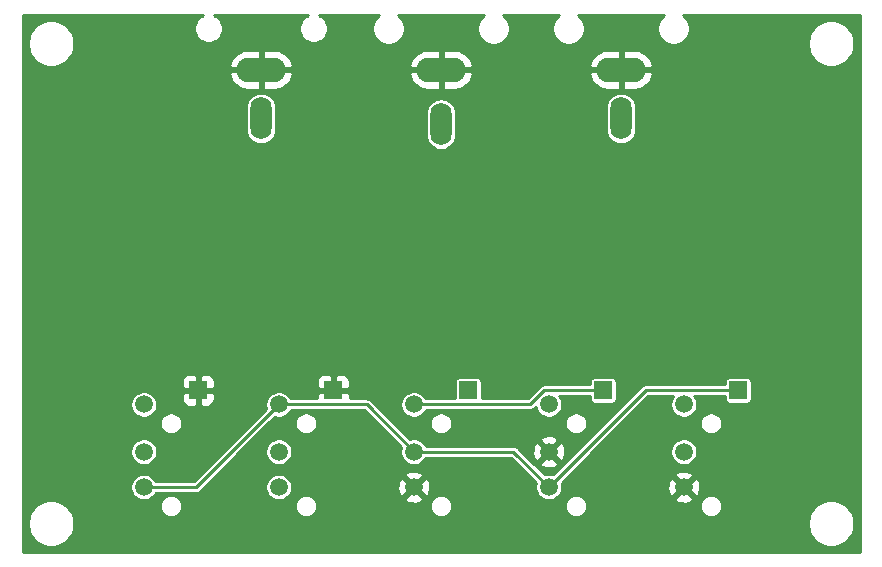
<source format=gtl>
G04 #@! TF.GenerationSoftware,KiCad,Pcbnew,(5.1.8)-1*
G04 #@! TF.CreationDate,2023-05-29T22:24:53+09:00*
G04 #@! TF.ProjectId,OMTPCTIA,4f4d5450-4354-4494-912e-6b696361645f,rev?*
G04 #@! TF.SameCoordinates,PX9157080PY791ddc0*
G04 #@! TF.FileFunction,Copper,L1,Top*
G04 #@! TF.FilePolarity,Positive*
%FSLAX46Y46*%
G04 Gerber Fmt 4.6, Leading zero omitted, Abs format (unit mm)*
G04 Created by KiCad (PCBNEW (5.1.8)-1) date 2023-05-29 22:24:53*
%MOMM*%
%LPD*%
G01*
G04 APERTURE LIST*
G04 #@! TA.AperFunction,ComponentPad*
%ADD10C,1.500000*%
G04 #@! TD*
G04 #@! TA.AperFunction,ComponentPad*
%ADD11R,1.500000X1.500000*%
G04 #@! TD*
G04 #@! TA.AperFunction,ComponentPad*
%ADD12O,1.800000X3.600000*%
G04 #@! TD*
G04 #@! TA.AperFunction,ComponentPad*
%ADD13O,4.200000X2.100000*%
G04 #@! TD*
G04 #@! TA.AperFunction,ViaPad*
%ADD14C,0.800000*%
G04 #@! TD*
G04 #@! TA.AperFunction,Conductor*
%ADD15C,0.250000*%
G04 #@! TD*
G04 #@! TA.AperFunction,Conductor*
%ADD16C,0.254000*%
G04 #@! TD*
G04 #@! TA.AperFunction,Conductor*
%ADD17C,0.100000*%
G04 #@! TD*
G04 APERTURE END LIST*
D10*
X22465000Y9255000D03*
D11*
X27065000Y14455000D03*
D10*
X22465000Y6255000D03*
X22465000Y13255000D03*
X45325000Y9255000D03*
D11*
X49925000Y14455000D03*
D10*
X45325000Y6255000D03*
X45325000Y13255000D03*
X33895000Y9255000D03*
D11*
X38495000Y14455000D03*
D10*
X33895000Y6255000D03*
X33895000Y13255000D03*
X56755000Y9255000D03*
D11*
X61355000Y14455000D03*
D10*
X56755000Y6255000D03*
X56755000Y13255000D03*
X11035000Y9255000D03*
D11*
X15635000Y14455000D03*
D10*
X11035000Y6255000D03*
X11035000Y13255000D03*
D12*
X36195000Y36995000D03*
D13*
X36195000Y41595000D03*
D12*
X51435000Y37465000D03*
D13*
X51435000Y41595000D03*
D12*
X20955000Y37465000D03*
D13*
X20955000Y41595000D03*
D14*
X51435000Y26035000D03*
X36195000Y26035000D03*
X20955000Y26035000D03*
X8255000Y26035000D03*
X64135000Y26035000D03*
X64135000Y18415000D03*
X8255000Y18415000D03*
X8255000Y33655000D03*
X64135000Y33655000D03*
X43815000Y33655000D03*
X28575000Y33655000D03*
X28575000Y18415000D03*
X43815000Y18415000D03*
X20955000Y3175000D03*
X43815000Y3175000D03*
X64135000Y3175000D03*
X8255000Y3175000D03*
D15*
X15465000Y6255000D02*
X22465000Y13255000D01*
X11035000Y6255000D02*
X15465000Y6255000D01*
X29895000Y13255000D02*
X33895000Y9255000D01*
X22465000Y13255000D02*
X29895000Y13255000D01*
X42325000Y9255000D02*
X45325000Y6255000D01*
X33895000Y9255000D02*
X42325000Y9255000D01*
X53525000Y14455000D02*
X61355000Y14455000D01*
X45325000Y6255000D02*
X53525000Y14455000D01*
X43733998Y13255000D02*
X44933998Y14455000D01*
X44933998Y14455000D02*
X49925000Y14455000D01*
X33895000Y13255000D02*
X43733998Y13255000D01*
D16*
X15926903Y46175898D02*
X15725283Y46041180D01*
X15553820Y45869717D01*
X15419102Y45668097D01*
X15326307Y45444069D01*
X15279000Y45206243D01*
X15279000Y44963757D01*
X15326307Y44725931D01*
X15419102Y44501903D01*
X15553820Y44300283D01*
X15725283Y44128820D01*
X15926903Y43994102D01*
X16150931Y43901307D01*
X16388757Y43854000D01*
X16631243Y43854000D01*
X16869069Y43901307D01*
X17093097Y43994102D01*
X17294717Y44128820D01*
X17466180Y44300283D01*
X17600898Y44501903D01*
X17693693Y44725931D01*
X17741000Y44963757D01*
X17741000Y45206243D01*
X17693693Y45444069D01*
X17600898Y45668097D01*
X17466180Y45869717D01*
X17294717Y46041180D01*
X17093097Y46175898D01*
X16967311Y46228000D01*
X24942689Y46228000D01*
X24816903Y46175898D01*
X24615283Y46041180D01*
X24443820Y45869717D01*
X24309102Y45668097D01*
X24216307Y45444069D01*
X24169000Y45206243D01*
X24169000Y44963757D01*
X24216307Y44725931D01*
X24309102Y44501903D01*
X24443820Y44300283D01*
X24615283Y44128820D01*
X24816903Y43994102D01*
X25040931Y43901307D01*
X25278757Y43854000D01*
X25521243Y43854000D01*
X25759069Y43901307D01*
X25983097Y43994102D01*
X26184717Y44128820D01*
X26356180Y44300283D01*
X26490898Y44501903D01*
X26583693Y44725931D01*
X26631000Y44963757D01*
X26631000Y45206243D01*
X26583693Y45444069D01*
X26490898Y45668097D01*
X26356180Y45869717D01*
X26184717Y46041180D01*
X25983097Y46175898D01*
X25857311Y46228000D01*
X30974886Y46228000D01*
X30869664Y46157693D01*
X30677307Y45965336D01*
X30526174Y45739149D01*
X30422071Y45487823D01*
X30369000Y45221017D01*
X30369000Y44948983D01*
X30422071Y44682177D01*
X30526174Y44430851D01*
X30677307Y44204664D01*
X30869664Y44012307D01*
X31095851Y43861174D01*
X31347177Y43757071D01*
X31613983Y43704000D01*
X31886017Y43704000D01*
X32152823Y43757071D01*
X32404149Y43861174D01*
X32630336Y44012307D01*
X32822693Y44204664D01*
X32973826Y44430851D01*
X33077929Y44682177D01*
X33131000Y44948983D01*
X33131000Y45221017D01*
X33077929Y45487823D01*
X32973826Y45739149D01*
X32822693Y45965336D01*
X32630336Y46157693D01*
X32525114Y46228000D01*
X39864886Y46228000D01*
X39759664Y46157693D01*
X39567307Y45965336D01*
X39416174Y45739149D01*
X39312071Y45487823D01*
X39259000Y45221017D01*
X39259000Y44948983D01*
X39312071Y44682177D01*
X39416174Y44430851D01*
X39567307Y44204664D01*
X39759664Y44012307D01*
X39985851Y43861174D01*
X40237177Y43757071D01*
X40503983Y43704000D01*
X40776017Y43704000D01*
X41042823Y43757071D01*
X41294149Y43861174D01*
X41520336Y44012307D01*
X41712693Y44204664D01*
X41863826Y44430851D01*
X41967929Y44682177D01*
X42021000Y44948983D01*
X42021000Y45221017D01*
X41967929Y45487823D01*
X41863826Y45739149D01*
X41712693Y45965336D01*
X41520336Y46157693D01*
X41415114Y46228000D01*
X46214886Y46228000D01*
X46109664Y46157693D01*
X45917307Y45965336D01*
X45766174Y45739149D01*
X45662071Y45487823D01*
X45609000Y45221017D01*
X45609000Y44948983D01*
X45662071Y44682177D01*
X45766174Y44430851D01*
X45917307Y44204664D01*
X46109664Y44012307D01*
X46335851Y43861174D01*
X46587177Y43757071D01*
X46853983Y43704000D01*
X47126017Y43704000D01*
X47392823Y43757071D01*
X47644149Y43861174D01*
X47870336Y44012307D01*
X48062693Y44204664D01*
X48213826Y44430851D01*
X48317929Y44682177D01*
X48371000Y44948983D01*
X48371000Y45221017D01*
X48317929Y45487823D01*
X48213826Y45739149D01*
X48062693Y45965336D01*
X47870336Y46157693D01*
X47765114Y46228000D01*
X55104886Y46228000D01*
X54999664Y46157693D01*
X54807307Y45965336D01*
X54656174Y45739149D01*
X54552071Y45487823D01*
X54499000Y45221017D01*
X54499000Y44948983D01*
X54552071Y44682177D01*
X54656174Y44430851D01*
X54807307Y44204664D01*
X54999664Y44012307D01*
X55225851Y43861174D01*
X55477177Y43757071D01*
X55743983Y43704000D01*
X56016017Y43704000D01*
X56282823Y43757071D01*
X56534149Y43861174D01*
X56757049Y44010111D01*
X67234000Y44010111D01*
X67234000Y43619889D01*
X67310129Y43237164D01*
X67459461Y42876645D01*
X67676257Y42552186D01*
X67952186Y42276257D01*
X68276645Y42059461D01*
X68637164Y41910129D01*
X69019889Y41834000D01*
X69410111Y41834000D01*
X69792836Y41910129D01*
X70153355Y42059461D01*
X70477814Y42276257D01*
X70753743Y42552186D01*
X70970539Y42876645D01*
X71119871Y43237164D01*
X71196000Y43619889D01*
X71196000Y44010111D01*
X71119871Y44392836D01*
X70970539Y44753355D01*
X70753743Y45077814D01*
X70477814Y45353743D01*
X70153355Y45570539D01*
X69792836Y45719871D01*
X69410111Y45796000D01*
X69019889Y45796000D01*
X68637164Y45719871D01*
X68276645Y45570539D01*
X67952186Y45353743D01*
X67676257Y45077814D01*
X67459461Y44753355D01*
X67310129Y44392836D01*
X67234000Y44010111D01*
X56757049Y44010111D01*
X56760336Y44012307D01*
X56952693Y44204664D01*
X57103826Y44430851D01*
X57207929Y44682177D01*
X57261000Y44948983D01*
X57261000Y45221017D01*
X57207929Y45487823D01*
X57103826Y45739149D01*
X56952693Y45965336D01*
X56760336Y46157693D01*
X56655114Y46228000D01*
X71628000Y46228000D01*
X71628000Y762000D01*
X762000Y762000D01*
X762000Y3370111D01*
X1194000Y3370111D01*
X1194000Y2979889D01*
X1270129Y2597164D01*
X1419461Y2236645D01*
X1636257Y1912186D01*
X1912186Y1636257D01*
X2236645Y1419461D01*
X2597164Y1270129D01*
X2979889Y1194000D01*
X3370111Y1194000D01*
X3752836Y1270129D01*
X4113355Y1419461D01*
X4437814Y1636257D01*
X4713743Y1912186D01*
X4930539Y2236645D01*
X5079871Y2597164D01*
X5156000Y2979889D01*
X5156000Y3370111D01*
X67234000Y3370111D01*
X67234000Y2979889D01*
X67310129Y2597164D01*
X67459461Y2236645D01*
X67676257Y1912186D01*
X67952186Y1636257D01*
X68276645Y1419461D01*
X68637164Y1270129D01*
X69019889Y1194000D01*
X69410111Y1194000D01*
X69792836Y1270129D01*
X70153355Y1419461D01*
X70477814Y1636257D01*
X70753743Y1912186D01*
X70970539Y2236645D01*
X71119871Y2597164D01*
X71196000Y2979889D01*
X71196000Y3370111D01*
X71119871Y3752836D01*
X70970539Y4113355D01*
X70753743Y4437814D01*
X70477814Y4713743D01*
X70153355Y4930539D01*
X69792836Y5079871D01*
X69410111Y5156000D01*
X69019889Y5156000D01*
X68637164Y5079871D01*
X68276645Y4930539D01*
X67952186Y4713743D01*
X67676257Y4437814D01*
X67459461Y4113355D01*
X67310129Y3752836D01*
X67234000Y3370111D01*
X5156000Y3370111D01*
X5079871Y3752836D01*
X4930539Y4113355D01*
X4713743Y4437814D01*
X4437814Y4713743D01*
X4388497Y4746696D01*
X12404000Y4746696D01*
X12404000Y4563304D01*
X12439778Y4383437D01*
X12509958Y4214006D01*
X12611845Y4061522D01*
X12741522Y3931845D01*
X12894006Y3829958D01*
X13063437Y3759778D01*
X13243304Y3724000D01*
X13426696Y3724000D01*
X13606563Y3759778D01*
X13775994Y3829958D01*
X13928478Y3931845D01*
X14058155Y4061522D01*
X14160042Y4214006D01*
X14230222Y4383437D01*
X14266000Y4563304D01*
X14266000Y4746696D01*
X23834000Y4746696D01*
X23834000Y4563304D01*
X23869778Y4383437D01*
X23939958Y4214006D01*
X24041845Y4061522D01*
X24171522Y3931845D01*
X24324006Y3829958D01*
X24493437Y3759778D01*
X24673304Y3724000D01*
X24856696Y3724000D01*
X25036563Y3759778D01*
X25205994Y3829958D01*
X25358478Y3931845D01*
X25488155Y4061522D01*
X25590042Y4214006D01*
X25660222Y4383437D01*
X25696000Y4563304D01*
X25696000Y4746696D01*
X35264000Y4746696D01*
X35264000Y4563304D01*
X35299778Y4383437D01*
X35369958Y4214006D01*
X35471845Y4061522D01*
X35601522Y3931845D01*
X35754006Y3829958D01*
X35923437Y3759778D01*
X36103304Y3724000D01*
X36286696Y3724000D01*
X36466563Y3759778D01*
X36635994Y3829958D01*
X36788478Y3931845D01*
X36918155Y4061522D01*
X37020042Y4214006D01*
X37090222Y4383437D01*
X37126000Y4563304D01*
X37126000Y4746696D01*
X46694000Y4746696D01*
X46694000Y4563304D01*
X46729778Y4383437D01*
X46799958Y4214006D01*
X46901845Y4061522D01*
X47031522Y3931845D01*
X47184006Y3829958D01*
X47353437Y3759778D01*
X47533304Y3724000D01*
X47716696Y3724000D01*
X47896563Y3759778D01*
X48065994Y3829958D01*
X48218478Y3931845D01*
X48348155Y4061522D01*
X48450042Y4214006D01*
X48520222Y4383437D01*
X48556000Y4563304D01*
X48556000Y4746696D01*
X58124000Y4746696D01*
X58124000Y4563304D01*
X58159778Y4383437D01*
X58229958Y4214006D01*
X58331845Y4061522D01*
X58461522Y3931845D01*
X58614006Y3829958D01*
X58783437Y3759778D01*
X58963304Y3724000D01*
X59146696Y3724000D01*
X59326563Y3759778D01*
X59495994Y3829958D01*
X59648478Y3931845D01*
X59778155Y4061522D01*
X59880042Y4214006D01*
X59950222Y4383437D01*
X59986000Y4563304D01*
X59986000Y4746696D01*
X59950222Y4926563D01*
X59880042Y5095994D01*
X59778155Y5248478D01*
X59648478Y5378155D01*
X59495994Y5480042D01*
X59326563Y5550222D01*
X59146696Y5586000D01*
X58963304Y5586000D01*
X58783437Y5550222D01*
X58614006Y5480042D01*
X58461522Y5378155D01*
X58331845Y5248478D01*
X58229958Y5095994D01*
X58159778Y4926563D01*
X58124000Y4746696D01*
X48556000Y4746696D01*
X48520222Y4926563D01*
X48450042Y5095994D01*
X48348155Y5248478D01*
X48298626Y5298007D01*
X55977612Y5298007D01*
X56043137Y5059140D01*
X56290116Y4943240D01*
X56554960Y4877750D01*
X56827492Y4865188D01*
X57097238Y4906035D01*
X57353832Y4998723D01*
X57466863Y5059140D01*
X57532388Y5298007D01*
X56755000Y6075395D01*
X55977612Y5298007D01*
X48298626Y5298007D01*
X48218478Y5378155D01*
X48065994Y5480042D01*
X47896563Y5550222D01*
X47716696Y5586000D01*
X47533304Y5586000D01*
X47353437Y5550222D01*
X47184006Y5480042D01*
X47031522Y5378155D01*
X46901845Y5248478D01*
X46799958Y5095994D01*
X46729778Y4926563D01*
X46694000Y4746696D01*
X37126000Y4746696D01*
X37090222Y4926563D01*
X37020042Y5095994D01*
X36918155Y5248478D01*
X36788478Y5378155D01*
X36635994Y5480042D01*
X36466563Y5550222D01*
X36286696Y5586000D01*
X36103304Y5586000D01*
X35923437Y5550222D01*
X35754006Y5480042D01*
X35601522Y5378155D01*
X35471845Y5248478D01*
X35369958Y5095994D01*
X35299778Y4926563D01*
X35264000Y4746696D01*
X25696000Y4746696D01*
X25660222Y4926563D01*
X25590042Y5095994D01*
X25488155Y5248478D01*
X25438626Y5298007D01*
X33117612Y5298007D01*
X33183137Y5059140D01*
X33430116Y4943240D01*
X33694960Y4877750D01*
X33967492Y4865188D01*
X34237238Y4906035D01*
X34493832Y4998723D01*
X34606863Y5059140D01*
X34672388Y5298007D01*
X33895000Y6075395D01*
X33117612Y5298007D01*
X25438626Y5298007D01*
X25358478Y5378155D01*
X25205994Y5480042D01*
X25036563Y5550222D01*
X24856696Y5586000D01*
X24673304Y5586000D01*
X24493437Y5550222D01*
X24324006Y5480042D01*
X24171522Y5378155D01*
X24041845Y5248478D01*
X23939958Y5095994D01*
X23869778Y4926563D01*
X23834000Y4746696D01*
X14266000Y4746696D01*
X14230222Y4926563D01*
X14160042Y5095994D01*
X14058155Y5248478D01*
X13928478Y5378155D01*
X13775994Y5480042D01*
X13606563Y5550222D01*
X13426696Y5586000D01*
X13243304Y5586000D01*
X13063437Y5550222D01*
X12894006Y5480042D01*
X12741522Y5378155D01*
X12611845Y5248478D01*
X12509958Y5095994D01*
X12439778Y4926563D01*
X12404000Y4746696D01*
X4388497Y4746696D01*
X4113355Y4930539D01*
X3752836Y5079871D01*
X3370111Y5156000D01*
X2979889Y5156000D01*
X2597164Y5079871D01*
X2236645Y4930539D01*
X1912186Y4713743D01*
X1636257Y4437814D01*
X1419461Y4113355D01*
X1270129Y3752836D01*
X1194000Y3370111D01*
X762000Y3370111D01*
X762000Y6366394D01*
X9904000Y6366394D01*
X9904000Y6143606D01*
X9947464Y5925100D01*
X10032721Y5719271D01*
X10156495Y5534030D01*
X10314030Y5376495D01*
X10499271Y5252721D01*
X10705100Y5167464D01*
X10923606Y5124000D01*
X11146394Y5124000D01*
X11364900Y5167464D01*
X11570729Y5252721D01*
X11755970Y5376495D01*
X11913505Y5534030D01*
X12037279Y5719271D01*
X12049593Y5749000D01*
X15440154Y5749000D01*
X15465000Y5746553D01*
X15489846Y5749000D01*
X15489854Y5749000D01*
X15564193Y5756322D01*
X15659575Y5785255D01*
X15747479Y5832241D01*
X15824527Y5895473D01*
X15840376Y5914785D01*
X16291985Y6366394D01*
X21334000Y6366394D01*
X21334000Y6143606D01*
X21377464Y5925100D01*
X21462721Y5719271D01*
X21586495Y5534030D01*
X21744030Y5376495D01*
X21929271Y5252721D01*
X22135100Y5167464D01*
X22353606Y5124000D01*
X22576394Y5124000D01*
X22794900Y5167464D01*
X23000729Y5252721D01*
X23185970Y5376495D01*
X23343505Y5534030D01*
X23467279Y5719271D01*
X23552536Y5925100D01*
X23596000Y6143606D01*
X23596000Y6182508D01*
X32505188Y6182508D01*
X32546035Y5912762D01*
X32638723Y5656168D01*
X32699140Y5543137D01*
X32938007Y5477612D01*
X33715395Y6255000D01*
X34074605Y6255000D01*
X34851993Y5477612D01*
X35090860Y5543137D01*
X35206760Y5790116D01*
X35272250Y6054960D01*
X35284812Y6327492D01*
X35243965Y6597238D01*
X35151277Y6853832D01*
X35090860Y6966863D01*
X34851993Y7032388D01*
X34074605Y6255000D01*
X33715395Y6255000D01*
X32938007Y7032388D01*
X32699140Y6966863D01*
X32583240Y6719884D01*
X32517750Y6455040D01*
X32505188Y6182508D01*
X23596000Y6182508D01*
X23596000Y6366394D01*
X23552536Y6584900D01*
X23467279Y6790729D01*
X23343505Y6975970D01*
X23185970Y7133505D01*
X23068505Y7211993D01*
X33117612Y7211993D01*
X33895000Y6434605D01*
X34672388Y7211993D01*
X34606863Y7450860D01*
X34359884Y7566760D01*
X34095040Y7632250D01*
X33822508Y7644812D01*
X33552762Y7603965D01*
X33296168Y7511277D01*
X33183137Y7450860D01*
X33117612Y7211993D01*
X23068505Y7211993D01*
X23000729Y7257279D01*
X22794900Y7342536D01*
X22576394Y7386000D01*
X22353606Y7386000D01*
X22135100Y7342536D01*
X21929271Y7257279D01*
X21744030Y7133505D01*
X21586495Y6975970D01*
X21462721Y6790729D01*
X21377464Y6584900D01*
X21334000Y6366394D01*
X16291985Y6366394D01*
X19291985Y9366394D01*
X21334000Y9366394D01*
X21334000Y9143606D01*
X21377464Y8925100D01*
X21462721Y8719271D01*
X21586495Y8534030D01*
X21744030Y8376495D01*
X21929271Y8252721D01*
X22135100Y8167464D01*
X22353606Y8124000D01*
X22576394Y8124000D01*
X22794900Y8167464D01*
X23000729Y8252721D01*
X23185970Y8376495D01*
X23343505Y8534030D01*
X23467279Y8719271D01*
X23552536Y8925100D01*
X23596000Y9143606D01*
X23596000Y9366394D01*
X23552536Y9584900D01*
X23467279Y9790729D01*
X23343505Y9975970D01*
X23185970Y10133505D01*
X23000729Y10257279D01*
X22794900Y10342536D01*
X22576394Y10386000D01*
X22353606Y10386000D01*
X22135100Y10342536D01*
X21929271Y10257279D01*
X21744030Y10133505D01*
X21586495Y9975970D01*
X21462721Y9790729D01*
X21377464Y9584900D01*
X21334000Y9366394D01*
X19291985Y9366394D01*
X21672287Y11746696D01*
X23834000Y11746696D01*
X23834000Y11563304D01*
X23869778Y11383437D01*
X23939958Y11214006D01*
X24041845Y11061522D01*
X24171522Y10931845D01*
X24324006Y10829958D01*
X24493437Y10759778D01*
X24673304Y10724000D01*
X24856696Y10724000D01*
X25036563Y10759778D01*
X25205994Y10829958D01*
X25358478Y10931845D01*
X25488155Y11061522D01*
X25590042Y11214006D01*
X25660222Y11383437D01*
X25696000Y11563304D01*
X25696000Y11746696D01*
X25660222Y11926563D01*
X25590042Y12095994D01*
X25488155Y12248478D01*
X25358478Y12378155D01*
X25205994Y12480042D01*
X25036563Y12550222D01*
X24856696Y12586000D01*
X24673304Y12586000D01*
X24493437Y12550222D01*
X24324006Y12480042D01*
X24171522Y12378155D01*
X24041845Y12248478D01*
X23939958Y12095994D01*
X23869778Y11926563D01*
X23834000Y11746696D01*
X21672287Y11746696D01*
X22105370Y12179778D01*
X22135100Y12167464D01*
X22353606Y12124000D01*
X22576394Y12124000D01*
X22794900Y12167464D01*
X23000729Y12252721D01*
X23185970Y12376495D01*
X23343505Y12534030D01*
X23467279Y12719271D01*
X23479593Y12749000D01*
X29685409Y12749000D01*
X32819778Y9614630D01*
X32807464Y9584900D01*
X32764000Y9366394D01*
X32764000Y9143606D01*
X32807464Y8925100D01*
X32892721Y8719271D01*
X33016495Y8534030D01*
X33174030Y8376495D01*
X33359271Y8252721D01*
X33565100Y8167464D01*
X33783606Y8124000D01*
X34006394Y8124000D01*
X34224900Y8167464D01*
X34430729Y8252721D01*
X34615970Y8376495D01*
X34773505Y8534030D01*
X34897279Y8719271D01*
X34909593Y8749000D01*
X42115409Y8749000D01*
X44249778Y6614630D01*
X44237464Y6584900D01*
X44194000Y6366394D01*
X44194000Y6143606D01*
X44237464Y5925100D01*
X44322721Y5719271D01*
X44446495Y5534030D01*
X44604030Y5376495D01*
X44789271Y5252721D01*
X44995100Y5167464D01*
X45213606Y5124000D01*
X45436394Y5124000D01*
X45654900Y5167464D01*
X45860729Y5252721D01*
X46045970Y5376495D01*
X46203505Y5534030D01*
X46327279Y5719271D01*
X46412536Y5925100D01*
X46456000Y6143606D01*
X46456000Y6182508D01*
X55365188Y6182508D01*
X55406035Y5912762D01*
X55498723Y5656168D01*
X55559140Y5543137D01*
X55798007Y5477612D01*
X56575395Y6255000D01*
X56934605Y6255000D01*
X57711993Y5477612D01*
X57950860Y5543137D01*
X58066760Y5790116D01*
X58132250Y6054960D01*
X58144812Y6327492D01*
X58103965Y6597238D01*
X58011277Y6853832D01*
X57950860Y6966863D01*
X57711993Y7032388D01*
X56934605Y6255000D01*
X56575395Y6255000D01*
X55798007Y7032388D01*
X55559140Y6966863D01*
X55443240Y6719884D01*
X55377750Y6455040D01*
X55365188Y6182508D01*
X46456000Y6182508D01*
X46456000Y6366394D01*
X46412536Y6584900D01*
X46400221Y6614630D01*
X46997584Y7211993D01*
X55977612Y7211993D01*
X56755000Y6434605D01*
X57532388Y7211993D01*
X57466863Y7450860D01*
X57219884Y7566760D01*
X56955040Y7632250D01*
X56682508Y7644812D01*
X56412762Y7603965D01*
X56156168Y7511277D01*
X56043137Y7450860D01*
X55977612Y7211993D01*
X46997584Y7211993D01*
X49151985Y9366394D01*
X55624000Y9366394D01*
X55624000Y9143606D01*
X55667464Y8925100D01*
X55752721Y8719271D01*
X55876495Y8534030D01*
X56034030Y8376495D01*
X56219271Y8252721D01*
X56425100Y8167464D01*
X56643606Y8124000D01*
X56866394Y8124000D01*
X57084900Y8167464D01*
X57290729Y8252721D01*
X57475970Y8376495D01*
X57633505Y8534030D01*
X57757279Y8719271D01*
X57842536Y8925100D01*
X57886000Y9143606D01*
X57886000Y9366394D01*
X57842536Y9584900D01*
X57757279Y9790729D01*
X57633505Y9975970D01*
X57475970Y10133505D01*
X57290729Y10257279D01*
X57084900Y10342536D01*
X56866394Y10386000D01*
X56643606Y10386000D01*
X56425100Y10342536D01*
X56219271Y10257279D01*
X56034030Y10133505D01*
X55876495Y9975970D01*
X55752721Y9790729D01*
X55667464Y9584900D01*
X55624000Y9366394D01*
X49151985Y9366394D01*
X51532287Y11746696D01*
X58124000Y11746696D01*
X58124000Y11563304D01*
X58159778Y11383437D01*
X58229958Y11214006D01*
X58331845Y11061522D01*
X58461522Y10931845D01*
X58614006Y10829958D01*
X58783437Y10759778D01*
X58963304Y10724000D01*
X59146696Y10724000D01*
X59326563Y10759778D01*
X59495994Y10829958D01*
X59648478Y10931845D01*
X59778155Y11061522D01*
X59880042Y11214006D01*
X59950222Y11383437D01*
X59986000Y11563304D01*
X59986000Y11746696D01*
X59950222Y11926563D01*
X59880042Y12095994D01*
X59778155Y12248478D01*
X59648478Y12378155D01*
X59495994Y12480042D01*
X59326563Y12550222D01*
X59146696Y12586000D01*
X58963304Y12586000D01*
X58783437Y12550222D01*
X58614006Y12480042D01*
X58461522Y12378155D01*
X58331845Y12248478D01*
X58229958Y12095994D01*
X58159778Y11926563D01*
X58124000Y11746696D01*
X51532287Y11746696D01*
X53734592Y13949000D01*
X55858474Y13949000D01*
X55752721Y13790729D01*
X55667464Y13584900D01*
X55624000Y13366394D01*
X55624000Y13143606D01*
X55667464Y12925100D01*
X55752721Y12719271D01*
X55876495Y12534030D01*
X56034030Y12376495D01*
X56219271Y12252721D01*
X56425100Y12167464D01*
X56643606Y12124000D01*
X56866394Y12124000D01*
X57084900Y12167464D01*
X57290729Y12252721D01*
X57475970Y12376495D01*
X57633505Y12534030D01*
X57757279Y12719271D01*
X57842536Y12925100D01*
X57886000Y13143606D01*
X57886000Y13366394D01*
X57842536Y13584900D01*
X57757279Y13790729D01*
X57651526Y13949000D01*
X60222157Y13949000D01*
X60222157Y13705000D01*
X60229513Y13630311D01*
X60251299Y13558492D01*
X60286678Y13492304D01*
X60334289Y13434289D01*
X60392304Y13386678D01*
X60458492Y13351299D01*
X60530311Y13329513D01*
X60605000Y13322157D01*
X62105000Y13322157D01*
X62179689Y13329513D01*
X62251508Y13351299D01*
X62317696Y13386678D01*
X62375711Y13434289D01*
X62423322Y13492304D01*
X62458701Y13558492D01*
X62480487Y13630311D01*
X62487843Y13705000D01*
X62487843Y15205000D01*
X62480487Y15279689D01*
X62458701Y15351508D01*
X62423322Y15417696D01*
X62375711Y15475711D01*
X62317696Y15523322D01*
X62251508Y15558701D01*
X62179689Y15580487D01*
X62105000Y15587843D01*
X60605000Y15587843D01*
X60530311Y15580487D01*
X60458492Y15558701D01*
X60392304Y15523322D01*
X60334289Y15475711D01*
X60286678Y15417696D01*
X60251299Y15351508D01*
X60229513Y15279689D01*
X60222157Y15205000D01*
X60222157Y14961000D01*
X53549845Y14961000D01*
X53524999Y14963447D01*
X53500153Y14961000D01*
X53500146Y14961000D01*
X53435694Y14954652D01*
X53425806Y14953678D01*
X53330425Y14924745D01*
X53242521Y14877759D01*
X53165473Y14814527D01*
X53149628Y14795220D01*
X45684630Y7330221D01*
X45654900Y7342536D01*
X45436394Y7386000D01*
X45213606Y7386000D01*
X44995100Y7342536D01*
X44965370Y7330222D01*
X43997585Y8298007D01*
X44547612Y8298007D01*
X44613137Y8059140D01*
X44860116Y7943240D01*
X45124960Y7877750D01*
X45397492Y7865188D01*
X45667238Y7906035D01*
X45923832Y7998723D01*
X46036863Y8059140D01*
X46102388Y8298007D01*
X45325000Y9075395D01*
X44547612Y8298007D01*
X43997585Y8298007D01*
X43113084Y9182508D01*
X43935188Y9182508D01*
X43976035Y8912762D01*
X44068723Y8656168D01*
X44129140Y8543137D01*
X44368007Y8477612D01*
X45145395Y9255000D01*
X45504605Y9255000D01*
X46281993Y8477612D01*
X46520860Y8543137D01*
X46636760Y8790116D01*
X46702250Y9054960D01*
X46714812Y9327492D01*
X46673965Y9597238D01*
X46581277Y9853832D01*
X46520860Y9966863D01*
X46281993Y10032388D01*
X45504605Y9255000D01*
X45145395Y9255000D01*
X44368007Y10032388D01*
X44129140Y9966863D01*
X44013240Y9719884D01*
X43947750Y9455040D01*
X43935188Y9182508D01*
X43113084Y9182508D01*
X42700376Y9595215D01*
X42684527Y9614527D01*
X42607479Y9677759D01*
X42519575Y9724745D01*
X42424193Y9753678D01*
X42349854Y9761000D01*
X42349846Y9761000D01*
X42325000Y9763447D01*
X42300154Y9761000D01*
X34909593Y9761000D01*
X34897279Y9790729D01*
X34773505Y9975970D01*
X34615970Y10133505D01*
X34498505Y10211993D01*
X44547612Y10211993D01*
X45325000Y9434605D01*
X46102388Y10211993D01*
X46036863Y10450860D01*
X45789884Y10566760D01*
X45525040Y10632250D01*
X45252508Y10644812D01*
X44982762Y10603965D01*
X44726168Y10511277D01*
X44613137Y10450860D01*
X44547612Y10211993D01*
X34498505Y10211993D01*
X34430729Y10257279D01*
X34224900Y10342536D01*
X34006394Y10386000D01*
X33783606Y10386000D01*
X33565100Y10342536D01*
X33535370Y10330222D01*
X32118896Y11746696D01*
X35264000Y11746696D01*
X35264000Y11563304D01*
X35299778Y11383437D01*
X35369958Y11214006D01*
X35471845Y11061522D01*
X35601522Y10931845D01*
X35754006Y10829958D01*
X35923437Y10759778D01*
X36103304Y10724000D01*
X36286696Y10724000D01*
X36466563Y10759778D01*
X36635994Y10829958D01*
X36788478Y10931845D01*
X36918155Y11061522D01*
X37020042Y11214006D01*
X37090222Y11383437D01*
X37126000Y11563304D01*
X37126000Y11746696D01*
X46694000Y11746696D01*
X46694000Y11563304D01*
X46729778Y11383437D01*
X46799958Y11214006D01*
X46901845Y11061522D01*
X47031522Y10931845D01*
X47184006Y10829958D01*
X47353437Y10759778D01*
X47533304Y10724000D01*
X47716696Y10724000D01*
X47896563Y10759778D01*
X48065994Y10829958D01*
X48218478Y10931845D01*
X48348155Y11061522D01*
X48450042Y11214006D01*
X48520222Y11383437D01*
X48556000Y11563304D01*
X48556000Y11746696D01*
X48520222Y11926563D01*
X48450042Y12095994D01*
X48348155Y12248478D01*
X48218478Y12378155D01*
X48065994Y12480042D01*
X47896563Y12550222D01*
X47716696Y12586000D01*
X47533304Y12586000D01*
X47353437Y12550222D01*
X47184006Y12480042D01*
X47031522Y12378155D01*
X46901845Y12248478D01*
X46799958Y12095994D01*
X46729778Y11926563D01*
X46694000Y11746696D01*
X37126000Y11746696D01*
X37090222Y11926563D01*
X37020042Y12095994D01*
X36918155Y12248478D01*
X36788478Y12378155D01*
X36635994Y12480042D01*
X36466563Y12550222D01*
X36286696Y12586000D01*
X36103304Y12586000D01*
X35923437Y12550222D01*
X35754006Y12480042D01*
X35601522Y12378155D01*
X35471845Y12248478D01*
X35369958Y12095994D01*
X35299778Y11926563D01*
X35264000Y11746696D01*
X32118896Y11746696D01*
X30499198Y13366394D01*
X32764000Y13366394D01*
X32764000Y13143606D01*
X32807464Y12925100D01*
X32892721Y12719271D01*
X33016495Y12534030D01*
X33174030Y12376495D01*
X33359271Y12252721D01*
X33565100Y12167464D01*
X33783606Y12124000D01*
X34006394Y12124000D01*
X34224900Y12167464D01*
X34430729Y12252721D01*
X34615970Y12376495D01*
X34773505Y12534030D01*
X34897279Y12719271D01*
X34909593Y12749000D01*
X43709152Y12749000D01*
X43733998Y12746553D01*
X43758844Y12749000D01*
X43758852Y12749000D01*
X43833191Y12756322D01*
X43928573Y12785255D01*
X44016477Y12832241D01*
X44093525Y12895473D01*
X44109374Y12914785D01*
X44217924Y13023335D01*
X44237464Y12925100D01*
X44322721Y12719271D01*
X44446495Y12534030D01*
X44604030Y12376495D01*
X44789271Y12252721D01*
X44995100Y12167464D01*
X45213606Y12124000D01*
X45436394Y12124000D01*
X45654900Y12167464D01*
X45860729Y12252721D01*
X46045970Y12376495D01*
X46203505Y12534030D01*
X46327279Y12719271D01*
X46412536Y12925100D01*
X46456000Y13143606D01*
X46456000Y13366394D01*
X46412536Y13584900D01*
X46327279Y13790729D01*
X46221526Y13949000D01*
X48792157Y13949000D01*
X48792157Y13705000D01*
X48799513Y13630311D01*
X48821299Y13558492D01*
X48856678Y13492304D01*
X48904289Y13434289D01*
X48962304Y13386678D01*
X49028492Y13351299D01*
X49100311Y13329513D01*
X49175000Y13322157D01*
X50675000Y13322157D01*
X50749689Y13329513D01*
X50821508Y13351299D01*
X50887696Y13386678D01*
X50945711Y13434289D01*
X50993322Y13492304D01*
X51028701Y13558492D01*
X51050487Y13630311D01*
X51057843Y13705000D01*
X51057843Y15205000D01*
X51050487Y15279689D01*
X51028701Y15351508D01*
X50993322Y15417696D01*
X50945711Y15475711D01*
X50887696Y15523322D01*
X50821508Y15558701D01*
X50749689Y15580487D01*
X50675000Y15587843D01*
X49175000Y15587843D01*
X49100311Y15580487D01*
X49028492Y15558701D01*
X48962304Y15523322D01*
X48904289Y15475711D01*
X48856678Y15417696D01*
X48821299Y15351508D01*
X48799513Y15279689D01*
X48792157Y15205000D01*
X48792157Y14961000D01*
X44958843Y14961000D01*
X44933997Y14963447D01*
X44909151Y14961000D01*
X44909144Y14961000D01*
X44844692Y14954652D01*
X44834804Y14953678D01*
X44812605Y14946944D01*
X44739423Y14924745D01*
X44651519Y14877759D01*
X44574471Y14814527D01*
X44558626Y14795220D01*
X43524407Y13761000D01*
X39627843Y13761000D01*
X39627843Y15205000D01*
X39620487Y15279689D01*
X39598701Y15351508D01*
X39563322Y15417696D01*
X39515711Y15475711D01*
X39457696Y15523322D01*
X39391508Y15558701D01*
X39319689Y15580487D01*
X39245000Y15587843D01*
X37745000Y15587843D01*
X37670311Y15580487D01*
X37598492Y15558701D01*
X37532304Y15523322D01*
X37474289Y15475711D01*
X37426678Y15417696D01*
X37391299Y15351508D01*
X37369513Y15279689D01*
X37362157Y15205000D01*
X37362157Y13761000D01*
X34909593Y13761000D01*
X34897279Y13790729D01*
X34773505Y13975970D01*
X34615970Y14133505D01*
X34430729Y14257279D01*
X34224900Y14342536D01*
X34006394Y14386000D01*
X33783606Y14386000D01*
X33565100Y14342536D01*
X33359271Y14257279D01*
X33174030Y14133505D01*
X33016495Y13975970D01*
X32892721Y13790729D01*
X32807464Y13584900D01*
X32764000Y13366394D01*
X30499198Y13366394D01*
X30270376Y13595215D01*
X30254527Y13614527D01*
X30177479Y13677759D01*
X30089575Y13724745D01*
X29994193Y13753678D01*
X29919854Y13761000D01*
X29919846Y13761000D01*
X29895000Y13763447D01*
X29870154Y13761000D01*
X28452701Y13761000D01*
X28450000Y14169250D01*
X28291250Y14328000D01*
X27192000Y14328000D01*
X27192000Y14308000D01*
X26938000Y14308000D01*
X26938000Y14328000D01*
X25838750Y14328000D01*
X25680000Y14169250D01*
X25677299Y13761000D01*
X23479593Y13761000D01*
X23467279Y13790729D01*
X23343505Y13975970D01*
X23185970Y14133505D01*
X23000729Y14257279D01*
X22794900Y14342536D01*
X22576394Y14386000D01*
X22353606Y14386000D01*
X22135100Y14342536D01*
X21929271Y14257279D01*
X21744030Y14133505D01*
X21586495Y13975970D01*
X21462721Y13790729D01*
X21377464Y13584900D01*
X21334000Y13366394D01*
X21334000Y13143606D01*
X21377464Y12925100D01*
X21389778Y12895370D01*
X15255409Y6761000D01*
X12049593Y6761000D01*
X12037279Y6790729D01*
X11913505Y6975970D01*
X11755970Y7133505D01*
X11570729Y7257279D01*
X11364900Y7342536D01*
X11146394Y7386000D01*
X10923606Y7386000D01*
X10705100Y7342536D01*
X10499271Y7257279D01*
X10314030Y7133505D01*
X10156495Y6975970D01*
X10032721Y6790729D01*
X9947464Y6584900D01*
X9904000Y6366394D01*
X762000Y6366394D01*
X762000Y9366394D01*
X9904000Y9366394D01*
X9904000Y9143606D01*
X9947464Y8925100D01*
X10032721Y8719271D01*
X10156495Y8534030D01*
X10314030Y8376495D01*
X10499271Y8252721D01*
X10705100Y8167464D01*
X10923606Y8124000D01*
X11146394Y8124000D01*
X11364900Y8167464D01*
X11570729Y8252721D01*
X11755970Y8376495D01*
X11913505Y8534030D01*
X12037279Y8719271D01*
X12122536Y8925100D01*
X12166000Y9143606D01*
X12166000Y9366394D01*
X12122536Y9584900D01*
X12037279Y9790729D01*
X11913505Y9975970D01*
X11755970Y10133505D01*
X11570729Y10257279D01*
X11364900Y10342536D01*
X11146394Y10386000D01*
X10923606Y10386000D01*
X10705100Y10342536D01*
X10499271Y10257279D01*
X10314030Y10133505D01*
X10156495Y9975970D01*
X10032721Y9790729D01*
X9947464Y9584900D01*
X9904000Y9366394D01*
X762000Y9366394D01*
X762000Y11746696D01*
X12404000Y11746696D01*
X12404000Y11563304D01*
X12439778Y11383437D01*
X12509958Y11214006D01*
X12611845Y11061522D01*
X12741522Y10931845D01*
X12894006Y10829958D01*
X13063437Y10759778D01*
X13243304Y10724000D01*
X13426696Y10724000D01*
X13606563Y10759778D01*
X13775994Y10829958D01*
X13928478Y10931845D01*
X14058155Y11061522D01*
X14160042Y11214006D01*
X14230222Y11383437D01*
X14266000Y11563304D01*
X14266000Y11746696D01*
X14230222Y11926563D01*
X14160042Y12095994D01*
X14058155Y12248478D01*
X13928478Y12378155D01*
X13775994Y12480042D01*
X13606563Y12550222D01*
X13426696Y12586000D01*
X13243304Y12586000D01*
X13063437Y12550222D01*
X12894006Y12480042D01*
X12741522Y12378155D01*
X12611845Y12248478D01*
X12509958Y12095994D01*
X12439778Y11926563D01*
X12404000Y11746696D01*
X762000Y11746696D01*
X762000Y13366394D01*
X9904000Y13366394D01*
X9904000Y13143606D01*
X9947464Y12925100D01*
X10032721Y12719271D01*
X10156495Y12534030D01*
X10314030Y12376495D01*
X10499271Y12252721D01*
X10705100Y12167464D01*
X10923606Y12124000D01*
X11146394Y12124000D01*
X11364900Y12167464D01*
X11570729Y12252721D01*
X11755970Y12376495D01*
X11913505Y12534030D01*
X12037279Y12719271D01*
X12122536Y12925100D01*
X12166000Y13143606D01*
X12166000Y13366394D01*
X12122536Y13584900D01*
X12072790Y13705000D01*
X14246928Y13705000D01*
X14259188Y13580518D01*
X14295498Y13460820D01*
X14354463Y13350506D01*
X14433815Y13253815D01*
X14530506Y13174463D01*
X14640820Y13115498D01*
X14760518Y13079188D01*
X14885000Y13066928D01*
X15349250Y13070000D01*
X15508000Y13228750D01*
X15508000Y14328000D01*
X15762000Y14328000D01*
X15762000Y13228750D01*
X15920750Y13070000D01*
X16385000Y13066928D01*
X16509482Y13079188D01*
X16629180Y13115498D01*
X16739494Y13174463D01*
X16836185Y13253815D01*
X16915537Y13350506D01*
X16974502Y13460820D01*
X17010812Y13580518D01*
X17023072Y13705000D01*
X17020000Y14169250D01*
X16861250Y14328000D01*
X15762000Y14328000D01*
X15508000Y14328000D01*
X14408750Y14328000D01*
X14250000Y14169250D01*
X14246928Y13705000D01*
X12072790Y13705000D01*
X12037279Y13790729D01*
X11913505Y13975970D01*
X11755970Y14133505D01*
X11570729Y14257279D01*
X11364900Y14342536D01*
X11146394Y14386000D01*
X10923606Y14386000D01*
X10705100Y14342536D01*
X10499271Y14257279D01*
X10314030Y14133505D01*
X10156495Y13975970D01*
X10032721Y13790729D01*
X9947464Y13584900D01*
X9904000Y13366394D01*
X762000Y13366394D01*
X762000Y15205000D01*
X14246928Y15205000D01*
X14250000Y14740750D01*
X14408750Y14582000D01*
X15508000Y14582000D01*
X15508000Y15681250D01*
X15762000Y15681250D01*
X15762000Y14582000D01*
X16861250Y14582000D01*
X17020000Y14740750D01*
X17023072Y15205000D01*
X25676928Y15205000D01*
X25680000Y14740750D01*
X25838750Y14582000D01*
X26938000Y14582000D01*
X26938000Y15681250D01*
X27192000Y15681250D01*
X27192000Y14582000D01*
X28291250Y14582000D01*
X28450000Y14740750D01*
X28453072Y15205000D01*
X28440812Y15329482D01*
X28404502Y15449180D01*
X28345537Y15559494D01*
X28266185Y15656185D01*
X28169494Y15735537D01*
X28059180Y15794502D01*
X27939482Y15830812D01*
X27815000Y15843072D01*
X27350750Y15840000D01*
X27192000Y15681250D01*
X26938000Y15681250D01*
X26779250Y15840000D01*
X26315000Y15843072D01*
X26190518Y15830812D01*
X26070820Y15794502D01*
X25960506Y15735537D01*
X25863815Y15656185D01*
X25784463Y15559494D01*
X25725498Y15449180D01*
X25689188Y15329482D01*
X25676928Y15205000D01*
X17023072Y15205000D01*
X17010812Y15329482D01*
X16974502Y15449180D01*
X16915537Y15559494D01*
X16836185Y15656185D01*
X16739494Y15735537D01*
X16629180Y15794502D01*
X16509482Y15830812D01*
X16385000Y15843072D01*
X15920750Y15840000D01*
X15762000Y15681250D01*
X15508000Y15681250D01*
X15349250Y15840000D01*
X14885000Y15843072D01*
X14760518Y15830812D01*
X14640820Y15794502D01*
X14530506Y15735537D01*
X14433815Y15656185D01*
X14354463Y15559494D01*
X14295498Y15449180D01*
X14259188Y15329482D01*
X14246928Y15205000D01*
X762000Y15205000D01*
X762000Y38427930D01*
X19674000Y38427930D01*
X19674000Y36502071D01*
X19692535Y36313881D01*
X19765784Y36072412D01*
X19884734Y35849872D01*
X20044814Y35654814D01*
X20239871Y35494734D01*
X20462411Y35375784D01*
X20703880Y35302535D01*
X20955000Y35277802D01*
X21206119Y35302535D01*
X21447588Y35375784D01*
X21670128Y35494734D01*
X21865186Y35654814D01*
X22025266Y35849871D01*
X22144216Y36072411D01*
X22217465Y36313880D01*
X22236000Y36502070D01*
X22236000Y37957930D01*
X34914000Y37957930D01*
X34914000Y36032071D01*
X34932535Y35843881D01*
X35005784Y35602412D01*
X35124734Y35379872D01*
X35284814Y35184814D01*
X35479871Y35024734D01*
X35702411Y34905784D01*
X35943880Y34832535D01*
X36195000Y34807802D01*
X36446119Y34832535D01*
X36687588Y34905784D01*
X36910128Y35024734D01*
X37105186Y35184814D01*
X37265266Y35379871D01*
X37384216Y35602411D01*
X37457465Y35843880D01*
X37476000Y36032070D01*
X37476000Y37957930D01*
X37457465Y38146120D01*
X37384216Y38387589D01*
X37362654Y38427930D01*
X50154000Y38427930D01*
X50154000Y36502071D01*
X50172535Y36313881D01*
X50245784Y36072412D01*
X50364734Y35849872D01*
X50524814Y35654814D01*
X50719871Y35494734D01*
X50942411Y35375784D01*
X51183880Y35302535D01*
X51435000Y35277802D01*
X51686119Y35302535D01*
X51927588Y35375784D01*
X52150128Y35494734D01*
X52345186Y35654814D01*
X52505266Y35849871D01*
X52624216Y36072411D01*
X52697465Y36313880D01*
X52716000Y36502070D01*
X52716000Y38427930D01*
X52697465Y38616120D01*
X52624216Y38857589D01*
X52505266Y39080129D01*
X52345186Y39275186D01*
X52150129Y39435266D01*
X51927589Y39554216D01*
X51686120Y39627465D01*
X51435000Y39652198D01*
X51183881Y39627465D01*
X50942412Y39554216D01*
X50719872Y39435266D01*
X50524815Y39275186D01*
X50364735Y39080129D01*
X50245785Y38857589D01*
X50172536Y38616120D01*
X50154000Y38427930D01*
X37362654Y38427930D01*
X37265266Y38610129D01*
X37105186Y38805186D01*
X36910129Y38965266D01*
X36687589Y39084216D01*
X36446120Y39157465D01*
X36195000Y39182198D01*
X35943881Y39157465D01*
X35702412Y39084216D01*
X35479872Y38965266D01*
X35284815Y38805186D01*
X35124735Y38610129D01*
X35005785Y38387589D01*
X34932536Y38146120D01*
X34914000Y37957930D01*
X22236000Y37957930D01*
X22236000Y38427930D01*
X22217465Y38616120D01*
X22144216Y38857589D01*
X22025266Y39080129D01*
X21865186Y39275186D01*
X21670129Y39435266D01*
X21447589Y39554216D01*
X21206120Y39627465D01*
X20955000Y39652198D01*
X20703881Y39627465D01*
X20462412Y39554216D01*
X20239872Y39435266D01*
X20044815Y39275186D01*
X19884735Y39080129D01*
X19765785Y38857589D01*
X19692536Y38616120D01*
X19674000Y38427930D01*
X762000Y38427930D01*
X762000Y41206721D01*
X18265346Y41206721D01*
X18299663Y41067510D01*
X18433417Y40764460D01*
X18623723Y40493327D01*
X18863268Y40264531D01*
X19142846Y40086864D01*
X19451713Y39967153D01*
X19778000Y39910000D01*
X20828000Y39910000D01*
X20828000Y41468000D01*
X21082000Y41468000D01*
X21082000Y39910000D01*
X22132000Y39910000D01*
X22458287Y39967153D01*
X22767154Y40086864D01*
X23046732Y40264531D01*
X23286277Y40493327D01*
X23476583Y40764460D01*
X23610337Y41067510D01*
X23644654Y41206721D01*
X33505346Y41206721D01*
X33539663Y41067510D01*
X33673417Y40764460D01*
X33863723Y40493327D01*
X34103268Y40264531D01*
X34382846Y40086864D01*
X34691713Y39967153D01*
X35018000Y39910000D01*
X36068000Y39910000D01*
X36068000Y41468000D01*
X36322000Y41468000D01*
X36322000Y39910000D01*
X37372000Y39910000D01*
X37698287Y39967153D01*
X38007154Y40086864D01*
X38286732Y40264531D01*
X38526277Y40493327D01*
X38716583Y40764460D01*
X38850337Y41067510D01*
X38884654Y41206721D01*
X48745346Y41206721D01*
X48779663Y41067510D01*
X48913417Y40764460D01*
X49103723Y40493327D01*
X49343268Y40264531D01*
X49622846Y40086864D01*
X49931713Y39967153D01*
X50258000Y39910000D01*
X51308000Y39910000D01*
X51308000Y41468000D01*
X51562000Y41468000D01*
X51562000Y39910000D01*
X52612000Y39910000D01*
X52938287Y39967153D01*
X53247154Y40086864D01*
X53526732Y40264531D01*
X53766277Y40493327D01*
X53956583Y40764460D01*
X54090337Y41067510D01*
X54124654Y41206721D01*
X54005957Y41468000D01*
X51562000Y41468000D01*
X51308000Y41468000D01*
X48864043Y41468000D01*
X48745346Y41206721D01*
X38884654Y41206721D01*
X38765957Y41468000D01*
X36322000Y41468000D01*
X36068000Y41468000D01*
X33624043Y41468000D01*
X33505346Y41206721D01*
X23644654Y41206721D01*
X23525957Y41468000D01*
X21082000Y41468000D01*
X20828000Y41468000D01*
X18384043Y41468000D01*
X18265346Y41206721D01*
X762000Y41206721D01*
X762000Y44010111D01*
X1194000Y44010111D01*
X1194000Y43619889D01*
X1270129Y43237164D01*
X1419461Y42876645D01*
X1636257Y42552186D01*
X1912186Y42276257D01*
X2236645Y42059461D01*
X2597164Y41910129D01*
X2979889Y41834000D01*
X3370111Y41834000D01*
X3752836Y41910129D01*
X3929435Y41983279D01*
X18265346Y41983279D01*
X18384043Y41722000D01*
X20828000Y41722000D01*
X20828000Y43280000D01*
X21082000Y43280000D01*
X21082000Y41722000D01*
X23525957Y41722000D01*
X23644654Y41983279D01*
X33505346Y41983279D01*
X33624043Y41722000D01*
X36068000Y41722000D01*
X36068000Y43280000D01*
X36322000Y43280000D01*
X36322000Y41722000D01*
X38765957Y41722000D01*
X38884654Y41983279D01*
X48745346Y41983279D01*
X48864043Y41722000D01*
X51308000Y41722000D01*
X51308000Y43280000D01*
X51562000Y43280000D01*
X51562000Y41722000D01*
X54005957Y41722000D01*
X54124654Y41983279D01*
X54090337Y42122490D01*
X53956583Y42425540D01*
X53766277Y42696673D01*
X53526732Y42925469D01*
X53247154Y43103136D01*
X52938287Y43222847D01*
X52612000Y43280000D01*
X51562000Y43280000D01*
X51308000Y43280000D01*
X50258000Y43280000D01*
X49931713Y43222847D01*
X49622846Y43103136D01*
X49343268Y42925469D01*
X49103723Y42696673D01*
X48913417Y42425540D01*
X48779663Y42122490D01*
X48745346Y41983279D01*
X38884654Y41983279D01*
X38850337Y42122490D01*
X38716583Y42425540D01*
X38526277Y42696673D01*
X38286732Y42925469D01*
X38007154Y43103136D01*
X37698287Y43222847D01*
X37372000Y43280000D01*
X36322000Y43280000D01*
X36068000Y43280000D01*
X35018000Y43280000D01*
X34691713Y43222847D01*
X34382846Y43103136D01*
X34103268Y42925469D01*
X33863723Y42696673D01*
X33673417Y42425540D01*
X33539663Y42122490D01*
X33505346Y41983279D01*
X23644654Y41983279D01*
X23610337Y42122490D01*
X23476583Y42425540D01*
X23286277Y42696673D01*
X23046732Y42925469D01*
X22767154Y43103136D01*
X22458287Y43222847D01*
X22132000Y43280000D01*
X21082000Y43280000D01*
X20828000Y43280000D01*
X19778000Y43280000D01*
X19451713Y43222847D01*
X19142846Y43103136D01*
X18863268Y42925469D01*
X18623723Y42696673D01*
X18433417Y42425540D01*
X18299663Y42122490D01*
X18265346Y41983279D01*
X3929435Y41983279D01*
X4113355Y42059461D01*
X4437814Y42276257D01*
X4713743Y42552186D01*
X4930539Y42876645D01*
X5079871Y43237164D01*
X5156000Y43619889D01*
X5156000Y44010111D01*
X5079871Y44392836D01*
X4930539Y44753355D01*
X4713743Y45077814D01*
X4437814Y45353743D01*
X4113355Y45570539D01*
X3752836Y45719871D01*
X3370111Y45796000D01*
X2979889Y45796000D01*
X2597164Y45719871D01*
X2236645Y45570539D01*
X1912186Y45353743D01*
X1636257Y45077814D01*
X1419461Y44753355D01*
X1270129Y44392836D01*
X1194000Y44010111D01*
X762000Y44010111D01*
X762000Y46228000D01*
X16052689Y46228000D01*
X15926903Y46175898D01*
G04 #@! TA.AperFunction,Conductor*
D17*
G36*
X15926903Y46175898D02*
G01*
X15725283Y46041180D01*
X15553820Y45869717D01*
X15419102Y45668097D01*
X15326307Y45444069D01*
X15279000Y45206243D01*
X15279000Y44963757D01*
X15326307Y44725931D01*
X15419102Y44501903D01*
X15553820Y44300283D01*
X15725283Y44128820D01*
X15926903Y43994102D01*
X16150931Y43901307D01*
X16388757Y43854000D01*
X16631243Y43854000D01*
X16869069Y43901307D01*
X17093097Y43994102D01*
X17294717Y44128820D01*
X17466180Y44300283D01*
X17600898Y44501903D01*
X17693693Y44725931D01*
X17741000Y44963757D01*
X17741000Y45206243D01*
X17693693Y45444069D01*
X17600898Y45668097D01*
X17466180Y45869717D01*
X17294717Y46041180D01*
X17093097Y46175898D01*
X16967311Y46228000D01*
X24942689Y46228000D01*
X24816903Y46175898D01*
X24615283Y46041180D01*
X24443820Y45869717D01*
X24309102Y45668097D01*
X24216307Y45444069D01*
X24169000Y45206243D01*
X24169000Y44963757D01*
X24216307Y44725931D01*
X24309102Y44501903D01*
X24443820Y44300283D01*
X24615283Y44128820D01*
X24816903Y43994102D01*
X25040931Y43901307D01*
X25278757Y43854000D01*
X25521243Y43854000D01*
X25759069Y43901307D01*
X25983097Y43994102D01*
X26184717Y44128820D01*
X26356180Y44300283D01*
X26490898Y44501903D01*
X26583693Y44725931D01*
X26631000Y44963757D01*
X26631000Y45206243D01*
X26583693Y45444069D01*
X26490898Y45668097D01*
X26356180Y45869717D01*
X26184717Y46041180D01*
X25983097Y46175898D01*
X25857311Y46228000D01*
X30974886Y46228000D01*
X30869664Y46157693D01*
X30677307Y45965336D01*
X30526174Y45739149D01*
X30422071Y45487823D01*
X30369000Y45221017D01*
X30369000Y44948983D01*
X30422071Y44682177D01*
X30526174Y44430851D01*
X30677307Y44204664D01*
X30869664Y44012307D01*
X31095851Y43861174D01*
X31347177Y43757071D01*
X31613983Y43704000D01*
X31886017Y43704000D01*
X32152823Y43757071D01*
X32404149Y43861174D01*
X32630336Y44012307D01*
X32822693Y44204664D01*
X32973826Y44430851D01*
X33077929Y44682177D01*
X33131000Y44948983D01*
X33131000Y45221017D01*
X33077929Y45487823D01*
X32973826Y45739149D01*
X32822693Y45965336D01*
X32630336Y46157693D01*
X32525114Y46228000D01*
X39864886Y46228000D01*
X39759664Y46157693D01*
X39567307Y45965336D01*
X39416174Y45739149D01*
X39312071Y45487823D01*
X39259000Y45221017D01*
X39259000Y44948983D01*
X39312071Y44682177D01*
X39416174Y44430851D01*
X39567307Y44204664D01*
X39759664Y44012307D01*
X39985851Y43861174D01*
X40237177Y43757071D01*
X40503983Y43704000D01*
X40776017Y43704000D01*
X41042823Y43757071D01*
X41294149Y43861174D01*
X41520336Y44012307D01*
X41712693Y44204664D01*
X41863826Y44430851D01*
X41967929Y44682177D01*
X42021000Y44948983D01*
X42021000Y45221017D01*
X41967929Y45487823D01*
X41863826Y45739149D01*
X41712693Y45965336D01*
X41520336Y46157693D01*
X41415114Y46228000D01*
X46214886Y46228000D01*
X46109664Y46157693D01*
X45917307Y45965336D01*
X45766174Y45739149D01*
X45662071Y45487823D01*
X45609000Y45221017D01*
X45609000Y44948983D01*
X45662071Y44682177D01*
X45766174Y44430851D01*
X45917307Y44204664D01*
X46109664Y44012307D01*
X46335851Y43861174D01*
X46587177Y43757071D01*
X46853983Y43704000D01*
X47126017Y43704000D01*
X47392823Y43757071D01*
X47644149Y43861174D01*
X47870336Y44012307D01*
X48062693Y44204664D01*
X48213826Y44430851D01*
X48317929Y44682177D01*
X48371000Y44948983D01*
X48371000Y45221017D01*
X48317929Y45487823D01*
X48213826Y45739149D01*
X48062693Y45965336D01*
X47870336Y46157693D01*
X47765114Y46228000D01*
X55104886Y46228000D01*
X54999664Y46157693D01*
X54807307Y45965336D01*
X54656174Y45739149D01*
X54552071Y45487823D01*
X54499000Y45221017D01*
X54499000Y44948983D01*
X54552071Y44682177D01*
X54656174Y44430851D01*
X54807307Y44204664D01*
X54999664Y44012307D01*
X55225851Y43861174D01*
X55477177Y43757071D01*
X55743983Y43704000D01*
X56016017Y43704000D01*
X56282823Y43757071D01*
X56534149Y43861174D01*
X56757049Y44010111D01*
X67234000Y44010111D01*
X67234000Y43619889D01*
X67310129Y43237164D01*
X67459461Y42876645D01*
X67676257Y42552186D01*
X67952186Y42276257D01*
X68276645Y42059461D01*
X68637164Y41910129D01*
X69019889Y41834000D01*
X69410111Y41834000D01*
X69792836Y41910129D01*
X70153355Y42059461D01*
X70477814Y42276257D01*
X70753743Y42552186D01*
X70970539Y42876645D01*
X71119871Y43237164D01*
X71196000Y43619889D01*
X71196000Y44010111D01*
X71119871Y44392836D01*
X70970539Y44753355D01*
X70753743Y45077814D01*
X70477814Y45353743D01*
X70153355Y45570539D01*
X69792836Y45719871D01*
X69410111Y45796000D01*
X69019889Y45796000D01*
X68637164Y45719871D01*
X68276645Y45570539D01*
X67952186Y45353743D01*
X67676257Y45077814D01*
X67459461Y44753355D01*
X67310129Y44392836D01*
X67234000Y44010111D01*
X56757049Y44010111D01*
X56760336Y44012307D01*
X56952693Y44204664D01*
X57103826Y44430851D01*
X57207929Y44682177D01*
X57261000Y44948983D01*
X57261000Y45221017D01*
X57207929Y45487823D01*
X57103826Y45739149D01*
X56952693Y45965336D01*
X56760336Y46157693D01*
X56655114Y46228000D01*
X71628000Y46228000D01*
X71628000Y762000D01*
X762000Y762000D01*
X762000Y3370111D01*
X1194000Y3370111D01*
X1194000Y2979889D01*
X1270129Y2597164D01*
X1419461Y2236645D01*
X1636257Y1912186D01*
X1912186Y1636257D01*
X2236645Y1419461D01*
X2597164Y1270129D01*
X2979889Y1194000D01*
X3370111Y1194000D01*
X3752836Y1270129D01*
X4113355Y1419461D01*
X4437814Y1636257D01*
X4713743Y1912186D01*
X4930539Y2236645D01*
X5079871Y2597164D01*
X5156000Y2979889D01*
X5156000Y3370111D01*
X67234000Y3370111D01*
X67234000Y2979889D01*
X67310129Y2597164D01*
X67459461Y2236645D01*
X67676257Y1912186D01*
X67952186Y1636257D01*
X68276645Y1419461D01*
X68637164Y1270129D01*
X69019889Y1194000D01*
X69410111Y1194000D01*
X69792836Y1270129D01*
X70153355Y1419461D01*
X70477814Y1636257D01*
X70753743Y1912186D01*
X70970539Y2236645D01*
X71119871Y2597164D01*
X71196000Y2979889D01*
X71196000Y3370111D01*
X71119871Y3752836D01*
X70970539Y4113355D01*
X70753743Y4437814D01*
X70477814Y4713743D01*
X70153355Y4930539D01*
X69792836Y5079871D01*
X69410111Y5156000D01*
X69019889Y5156000D01*
X68637164Y5079871D01*
X68276645Y4930539D01*
X67952186Y4713743D01*
X67676257Y4437814D01*
X67459461Y4113355D01*
X67310129Y3752836D01*
X67234000Y3370111D01*
X5156000Y3370111D01*
X5079871Y3752836D01*
X4930539Y4113355D01*
X4713743Y4437814D01*
X4437814Y4713743D01*
X4388497Y4746696D01*
X12404000Y4746696D01*
X12404000Y4563304D01*
X12439778Y4383437D01*
X12509958Y4214006D01*
X12611845Y4061522D01*
X12741522Y3931845D01*
X12894006Y3829958D01*
X13063437Y3759778D01*
X13243304Y3724000D01*
X13426696Y3724000D01*
X13606563Y3759778D01*
X13775994Y3829958D01*
X13928478Y3931845D01*
X14058155Y4061522D01*
X14160042Y4214006D01*
X14230222Y4383437D01*
X14266000Y4563304D01*
X14266000Y4746696D01*
X23834000Y4746696D01*
X23834000Y4563304D01*
X23869778Y4383437D01*
X23939958Y4214006D01*
X24041845Y4061522D01*
X24171522Y3931845D01*
X24324006Y3829958D01*
X24493437Y3759778D01*
X24673304Y3724000D01*
X24856696Y3724000D01*
X25036563Y3759778D01*
X25205994Y3829958D01*
X25358478Y3931845D01*
X25488155Y4061522D01*
X25590042Y4214006D01*
X25660222Y4383437D01*
X25696000Y4563304D01*
X25696000Y4746696D01*
X35264000Y4746696D01*
X35264000Y4563304D01*
X35299778Y4383437D01*
X35369958Y4214006D01*
X35471845Y4061522D01*
X35601522Y3931845D01*
X35754006Y3829958D01*
X35923437Y3759778D01*
X36103304Y3724000D01*
X36286696Y3724000D01*
X36466563Y3759778D01*
X36635994Y3829958D01*
X36788478Y3931845D01*
X36918155Y4061522D01*
X37020042Y4214006D01*
X37090222Y4383437D01*
X37126000Y4563304D01*
X37126000Y4746696D01*
X46694000Y4746696D01*
X46694000Y4563304D01*
X46729778Y4383437D01*
X46799958Y4214006D01*
X46901845Y4061522D01*
X47031522Y3931845D01*
X47184006Y3829958D01*
X47353437Y3759778D01*
X47533304Y3724000D01*
X47716696Y3724000D01*
X47896563Y3759778D01*
X48065994Y3829958D01*
X48218478Y3931845D01*
X48348155Y4061522D01*
X48450042Y4214006D01*
X48520222Y4383437D01*
X48556000Y4563304D01*
X48556000Y4746696D01*
X58124000Y4746696D01*
X58124000Y4563304D01*
X58159778Y4383437D01*
X58229958Y4214006D01*
X58331845Y4061522D01*
X58461522Y3931845D01*
X58614006Y3829958D01*
X58783437Y3759778D01*
X58963304Y3724000D01*
X59146696Y3724000D01*
X59326563Y3759778D01*
X59495994Y3829958D01*
X59648478Y3931845D01*
X59778155Y4061522D01*
X59880042Y4214006D01*
X59950222Y4383437D01*
X59986000Y4563304D01*
X59986000Y4746696D01*
X59950222Y4926563D01*
X59880042Y5095994D01*
X59778155Y5248478D01*
X59648478Y5378155D01*
X59495994Y5480042D01*
X59326563Y5550222D01*
X59146696Y5586000D01*
X58963304Y5586000D01*
X58783437Y5550222D01*
X58614006Y5480042D01*
X58461522Y5378155D01*
X58331845Y5248478D01*
X58229958Y5095994D01*
X58159778Y4926563D01*
X58124000Y4746696D01*
X48556000Y4746696D01*
X48520222Y4926563D01*
X48450042Y5095994D01*
X48348155Y5248478D01*
X48298626Y5298007D01*
X55977612Y5298007D01*
X56043137Y5059140D01*
X56290116Y4943240D01*
X56554960Y4877750D01*
X56827492Y4865188D01*
X57097238Y4906035D01*
X57353832Y4998723D01*
X57466863Y5059140D01*
X57532388Y5298007D01*
X56755000Y6075395D01*
X55977612Y5298007D01*
X48298626Y5298007D01*
X48218478Y5378155D01*
X48065994Y5480042D01*
X47896563Y5550222D01*
X47716696Y5586000D01*
X47533304Y5586000D01*
X47353437Y5550222D01*
X47184006Y5480042D01*
X47031522Y5378155D01*
X46901845Y5248478D01*
X46799958Y5095994D01*
X46729778Y4926563D01*
X46694000Y4746696D01*
X37126000Y4746696D01*
X37090222Y4926563D01*
X37020042Y5095994D01*
X36918155Y5248478D01*
X36788478Y5378155D01*
X36635994Y5480042D01*
X36466563Y5550222D01*
X36286696Y5586000D01*
X36103304Y5586000D01*
X35923437Y5550222D01*
X35754006Y5480042D01*
X35601522Y5378155D01*
X35471845Y5248478D01*
X35369958Y5095994D01*
X35299778Y4926563D01*
X35264000Y4746696D01*
X25696000Y4746696D01*
X25660222Y4926563D01*
X25590042Y5095994D01*
X25488155Y5248478D01*
X25438626Y5298007D01*
X33117612Y5298007D01*
X33183137Y5059140D01*
X33430116Y4943240D01*
X33694960Y4877750D01*
X33967492Y4865188D01*
X34237238Y4906035D01*
X34493832Y4998723D01*
X34606863Y5059140D01*
X34672388Y5298007D01*
X33895000Y6075395D01*
X33117612Y5298007D01*
X25438626Y5298007D01*
X25358478Y5378155D01*
X25205994Y5480042D01*
X25036563Y5550222D01*
X24856696Y5586000D01*
X24673304Y5586000D01*
X24493437Y5550222D01*
X24324006Y5480042D01*
X24171522Y5378155D01*
X24041845Y5248478D01*
X23939958Y5095994D01*
X23869778Y4926563D01*
X23834000Y4746696D01*
X14266000Y4746696D01*
X14230222Y4926563D01*
X14160042Y5095994D01*
X14058155Y5248478D01*
X13928478Y5378155D01*
X13775994Y5480042D01*
X13606563Y5550222D01*
X13426696Y5586000D01*
X13243304Y5586000D01*
X13063437Y5550222D01*
X12894006Y5480042D01*
X12741522Y5378155D01*
X12611845Y5248478D01*
X12509958Y5095994D01*
X12439778Y4926563D01*
X12404000Y4746696D01*
X4388497Y4746696D01*
X4113355Y4930539D01*
X3752836Y5079871D01*
X3370111Y5156000D01*
X2979889Y5156000D01*
X2597164Y5079871D01*
X2236645Y4930539D01*
X1912186Y4713743D01*
X1636257Y4437814D01*
X1419461Y4113355D01*
X1270129Y3752836D01*
X1194000Y3370111D01*
X762000Y3370111D01*
X762000Y6366394D01*
X9904000Y6366394D01*
X9904000Y6143606D01*
X9947464Y5925100D01*
X10032721Y5719271D01*
X10156495Y5534030D01*
X10314030Y5376495D01*
X10499271Y5252721D01*
X10705100Y5167464D01*
X10923606Y5124000D01*
X11146394Y5124000D01*
X11364900Y5167464D01*
X11570729Y5252721D01*
X11755970Y5376495D01*
X11913505Y5534030D01*
X12037279Y5719271D01*
X12049593Y5749000D01*
X15440154Y5749000D01*
X15465000Y5746553D01*
X15489846Y5749000D01*
X15489854Y5749000D01*
X15564193Y5756322D01*
X15659575Y5785255D01*
X15747479Y5832241D01*
X15824527Y5895473D01*
X15840376Y5914785D01*
X16291985Y6366394D01*
X21334000Y6366394D01*
X21334000Y6143606D01*
X21377464Y5925100D01*
X21462721Y5719271D01*
X21586495Y5534030D01*
X21744030Y5376495D01*
X21929271Y5252721D01*
X22135100Y5167464D01*
X22353606Y5124000D01*
X22576394Y5124000D01*
X22794900Y5167464D01*
X23000729Y5252721D01*
X23185970Y5376495D01*
X23343505Y5534030D01*
X23467279Y5719271D01*
X23552536Y5925100D01*
X23596000Y6143606D01*
X23596000Y6182508D01*
X32505188Y6182508D01*
X32546035Y5912762D01*
X32638723Y5656168D01*
X32699140Y5543137D01*
X32938007Y5477612D01*
X33715395Y6255000D01*
X34074605Y6255000D01*
X34851993Y5477612D01*
X35090860Y5543137D01*
X35206760Y5790116D01*
X35272250Y6054960D01*
X35284812Y6327492D01*
X35243965Y6597238D01*
X35151277Y6853832D01*
X35090860Y6966863D01*
X34851993Y7032388D01*
X34074605Y6255000D01*
X33715395Y6255000D01*
X32938007Y7032388D01*
X32699140Y6966863D01*
X32583240Y6719884D01*
X32517750Y6455040D01*
X32505188Y6182508D01*
X23596000Y6182508D01*
X23596000Y6366394D01*
X23552536Y6584900D01*
X23467279Y6790729D01*
X23343505Y6975970D01*
X23185970Y7133505D01*
X23068505Y7211993D01*
X33117612Y7211993D01*
X33895000Y6434605D01*
X34672388Y7211993D01*
X34606863Y7450860D01*
X34359884Y7566760D01*
X34095040Y7632250D01*
X33822508Y7644812D01*
X33552762Y7603965D01*
X33296168Y7511277D01*
X33183137Y7450860D01*
X33117612Y7211993D01*
X23068505Y7211993D01*
X23000729Y7257279D01*
X22794900Y7342536D01*
X22576394Y7386000D01*
X22353606Y7386000D01*
X22135100Y7342536D01*
X21929271Y7257279D01*
X21744030Y7133505D01*
X21586495Y6975970D01*
X21462721Y6790729D01*
X21377464Y6584900D01*
X21334000Y6366394D01*
X16291985Y6366394D01*
X19291985Y9366394D01*
X21334000Y9366394D01*
X21334000Y9143606D01*
X21377464Y8925100D01*
X21462721Y8719271D01*
X21586495Y8534030D01*
X21744030Y8376495D01*
X21929271Y8252721D01*
X22135100Y8167464D01*
X22353606Y8124000D01*
X22576394Y8124000D01*
X22794900Y8167464D01*
X23000729Y8252721D01*
X23185970Y8376495D01*
X23343505Y8534030D01*
X23467279Y8719271D01*
X23552536Y8925100D01*
X23596000Y9143606D01*
X23596000Y9366394D01*
X23552536Y9584900D01*
X23467279Y9790729D01*
X23343505Y9975970D01*
X23185970Y10133505D01*
X23000729Y10257279D01*
X22794900Y10342536D01*
X22576394Y10386000D01*
X22353606Y10386000D01*
X22135100Y10342536D01*
X21929271Y10257279D01*
X21744030Y10133505D01*
X21586495Y9975970D01*
X21462721Y9790729D01*
X21377464Y9584900D01*
X21334000Y9366394D01*
X19291985Y9366394D01*
X21672287Y11746696D01*
X23834000Y11746696D01*
X23834000Y11563304D01*
X23869778Y11383437D01*
X23939958Y11214006D01*
X24041845Y11061522D01*
X24171522Y10931845D01*
X24324006Y10829958D01*
X24493437Y10759778D01*
X24673304Y10724000D01*
X24856696Y10724000D01*
X25036563Y10759778D01*
X25205994Y10829958D01*
X25358478Y10931845D01*
X25488155Y11061522D01*
X25590042Y11214006D01*
X25660222Y11383437D01*
X25696000Y11563304D01*
X25696000Y11746696D01*
X25660222Y11926563D01*
X25590042Y12095994D01*
X25488155Y12248478D01*
X25358478Y12378155D01*
X25205994Y12480042D01*
X25036563Y12550222D01*
X24856696Y12586000D01*
X24673304Y12586000D01*
X24493437Y12550222D01*
X24324006Y12480042D01*
X24171522Y12378155D01*
X24041845Y12248478D01*
X23939958Y12095994D01*
X23869778Y11926563D01*
X23834000Y11746696D01*
X21672287Y11746696D01*
X22105370Y12179778D01*
X22135100Y12167464D01*
X22353606Y12124000D01*
X22576394Y12124000D01*
X22794900Y12167464D01*
X23000729Y12252721D01*
X23185970Y12376495D01*
X23343505Y12534030D01*
X23467279Y12719271D01*
X23479593Y12749000D01*
X29685409Y12749000D01*
X32819778Y9614630D01*
X32807464Y9584900D01*
X32764000Y9366394D01*
X32764000Y9143606D01*
X32807464Y8925100D01*
X32892721Y8719271D01*
X33016495Y8534030D01*
X33174030Y8376495D01*
X33359271Y8252721D01*
X33565100Y8167464D01*
X33783606Y8124000D01*
X34006394Y8124000D01*
X34224900Y8167464D01*
X34430729Y8252721D01*
X34615970Y8376495D01*
X34773505Y8534030D01*
X34897279Y8719271D01*
X34909593Y8749000D01*
X42115409Y8749000D01*
X44249778Y6614630D01*
X44237464Y6584900D01*
X44194000Y6366394D01*
X44194000Y6143606D01*
X44237464Y5925100D01*
X44322721Y5719271D01*
X44446495Y5534030D01*
X44604030Y5376495D01*
X44789271Y5252721D01*
X44995100Y5167464D01*
X45213606Y5124000D01*
X45436394Y5124000D01*
X45654900Y5167464D01*
X45860729Y5252721D01*
X46045970Y5376495D01*
X46203505Y5534030D01*
X46327279Y5719271D01*
X46412536Y5925100D01*
X46456000Y6143606D01*
X46456000Y6182508D01*
X55365188Y6182508D01*
X55406035Y5912762D01*
X55498723Y5656168D01*
X55559140Y5543137D01*
X55798007Y5477612D01*
X56575395Y6255000D01*
X56934605Y6255000D01*
X57711993Y5477612D01*
X57950860Y5543137D01*
X58066760Y5790116D01*
X58132250Y6054960D01*
X58144812Y6327492D01*
X58103965Y6597238D01*
X58011277Y6853832D01*
X57950860Y6966863D01*
X57711993Y7032388D01*
X56934605Y6255000D01*
X56575395Y6255000D01*
X55798007Y7032388D01*
X55559140Y6966863D01*
X55443240Y6719884D01*
X55377750Y6455040D01*
X55365188Y6182508D01*
X46456000Y6182508D01*
X46456000Y6366394D01*
X46412536Y6584900D01*
X46400221Y6614630D01*
X46997584Y7211993D01*
X55977612Y7211993D01*
X56755000Y6434605D01*
X57532388Y7211993D01*
X57466863Y7450860D01*
X57219884Y7566760D01*
X56955040Y7632250D01*
X56682508Y7644812D01*
X56412762Y7603965D01*
X56156168Y7511277D01*
X56043137Y7450860D01*
X55977612Y7211993D01*
X46997584Y7211993D01*
X49151985Y9366394D01*
X55624000Y9366394D01*
X55624000Y9143606D01*
X55667464Y8925100D01*
X55752721Y8719271D01*
X55876495Y8534030D01*
X56034030Y8376495D01*
X56219271Y8252721D01*
X56425100Y8167464D01*
X56643606Y8124000D01*
X56866394Y8124000D01*
X57084900Y8167464D01*
X57290729Y8252721D01*
X57475970Y8376495D01*
X57633505Y8534030D01*
X57757279Y8719271D01*
X57842536Y8925100D01*
X57886000Y9143606D01*
X57886000Y9366394D01*
X57842536Y9584900D01*
X57757279Y9790729D01*
X57633505Y9975970D01*
X57475970Y10133505D01*
X57290729Y10257279D01*
X57084900Y10342536D01*
X56866394Y10386000D01*
X56643606Y10386000D01*
X56425100Y10342536D01*
X56219271Y10257279D01*
X56034030Y10133505D01*
X55876495Y9975970D01*
X55752721Y9790729D01*
X55667464Y9584900D01*
X55624000Y9366394D01*
X49151985Y9366394D01*
X51532287Y11746696D01*
X58124000Y11746696D01*
X58124000Y11563304D01*
X58159778Y11383437D01*
X58229958Y11214006D01*
X58331845Y11061522D01*
X58461522Y10931845D01*
X58614006Y10829958D01*
X58783437Y10759778D01*
X58963304Y10724000D01*
X59146696Y10724000D01*
X59326563Y10759778D01*
X59495994Y10829958D01*
X59648478Y10931845D01*
X59778155Y11061522D01*
X59880042Y11214006D01*
X59950222Y11383437D01*
X59986000Y11563304D01*
X59986000Y11746696D01*
X59950222Y11926563D01*
X59880042Y12095994D01*
X59778155Y12248478D01*
X59648478Y12378155D01*
X59495994Y12480042D01*
X59326563Y12550222D01*
X59146696Y12586000D01*
X58963304Y12586000D01*
X58783437Y12550222D01*
X58614006Y12480042D01*
X58461522Y12378155D01*
X58331845Y12248478D01*
X58229958Y12095994D01*
X58159778Y11926563D01*
X58124000Y11746696D01*
X51532287Y11746696D01*
X53734592Y13949000D01*
X55858474Y13949000D01*
X55752721Y13790729D01*
X55667464Y13584900D01*
X55624000Y13366394D01*
X55624000Y13143606D01*
X55667464Y12925100D01*
X55752721Y12719271D01*
X55876495Y12534030D01*
X56034030Y12376495D01*
X56219271Y12252721D01*
X56425100Y12167464D01*
X56643606Y12124000D01*
X56866394Y12124000D01*
X57084900Y12167464D01*
X57290729Y12252721D01*
X57475970Y12376495D01*
X57633505Y12534030D01*
X57757279Y12719271D01*
X57842536Y12925100D01*
X57886000Y13143606D01*
X57886000Y13366394D01*
X57842536Y13584900D01*
X57757279Y13790729D01*
X57651526Y13949000D01*
X60222157Y13949000D01*
X60222157Y13705000D01*
X60229513Y13630311D01*
X60251299Y13558492D01*
X60286678Y13492304D01*
X60334289Y13434289D01*
X60392304Y13386678D01*
X60458492Y13351299D01*
X60530311Y13329513D01*
X60605000Y13322157D01*
X62105000Y13322157D01*
X62179689Y13329513D01*
X62251508Y13351299D01*
X62317696Y13386678D01*
X62375711Y13434289D01*
X62423322Y13492304D01*
X62458701Y13558492D01*
X62480487Y13630311D01*
X62487843Y13705000D01*
X62487843Y15205000D01*
X62480487Y15279689D01*
X62458701Y15351508D01*
X62423322Y15417696D01*
X62375711Y15475711D01*
X62317696Y15523322D01*
X62251508Y15558701D01*
X62179689Y15580487D01*
X62105000Y15587843D01*
X60605000Y15587843D01*
X60530311Y15580487D01*
X60458492Y15558701D01*
X60392304Y15523322D01*
X60334289Y15475711D01*
X60286678Y15417696D01*
X60251299Y15351508D01*
X60229513Y15279689D01*
X60222157Y15205000D01*
X60222157Y14961000D01*
X53549845Y14961000D01*
X53524999Y14963447D01*
X53500153Y14961000D01*
X53500146Y14961000D01*
X53435694Y14954652D01*
X53425806Y14953678D01*
X53330425Y14924745D01*
X53242521Y14877759D01*
X53165473Y14814527D01*
X53149628Y14795220D01*
X45684630Y7330221D01*
X45654900Y7342536D01*
X45436394Y7386000D01*
X45213606Y7386000D01*
X44995100Y7342536D01*
X44965370Y7330222D01*
X43997585Y8298007D01*
X44547612Y8298007D01*
X44613137Y8059140D01*
X44860116Y7943240D01*
X45124960Y7877750D01*
X45397492Y7865188D01*
X45667238Y7906035D01*
X45923832Y7998723D01*
X46036863Y8059140D01*
X46102388Y8298007D01*
X45325000Y9075395D01*
X44547612Y8298007D01*
X43997585Y8298007D01*
X43113084Y9182508D01*
X43935188Y9182508D01*
X43976035Y8912762D01*
X44068723Y8656168D01*
X44129140Y8543137D01*
X44368007Y8477612D01*
X45145395Y9255000D01*
X45504605Y9255000D01*
X46281993Y8477612D01*
X46520860Y8543137D01*
X46636760Y8790116D01*
X46702250Y9054960D01*
X46714812Y9327492D01*
X46673965Y9597238D01*
X46581277Y9853832D01*
X46520860Y9966863D01*
X46281993Y10032388D01*
X45504605Y9255000D01*
X45145395Y9255000D01*
X44368007Y10032388D01*
X44129140Y9966863D01*
X44013240Y9719884D01*
X43947750Y9455040D01*
X43935188Y9182508D01*
X43113084Y9182508D01*
X42700376Y9595215D01*
X42684527Y9614527D01*
X42607479Y9677759D01*
X42519575Y9724745D01*
X42424193Y9753678D01*
X42349854Y9761000D01*
X42349846Y9761000D01*
X42325000Y9763447D01*
X42300154Y9761000D01*
X34909593Y9761000D01*
X34897279Y9790729D01*
X34773505Y9975970D01*
X34615970Y10133505D01*
X34498505Y10211993D01*
X44547612Y10211993D01*
X45325000Y9434605D01*
X46102388Y10211993D01*
X46036863Y10450860D01*
X45789884Y10566760D01*
X45525040Y10632250D01*
X45252508Y10644812D01*
X44982762Y10603965D01*
X44726168Y10511277D01*
X44613137Y10450860D01*
X44547612Y10211993D01*
X34498505Y10211993D01*
X34430729Y10257279D01*
X34224900Y10342536D01*
X34006394Y10386000D01*
X33783606Y10386000D01*
X33565100Y10342536D01*
X33535370Y10330222D01*
X32118896Y11746696D01*
X35264000Y11746696D01*
X35264000Y11563304D01*
X35299778Y11383437D01*
X35369958Y11214006D01*
X35471845Y11061522D01*
X35601522Y10931845D01*
X35754006Y10829958D01*
X35923437Y10759778D01*
X36103304Y10724000D01*
X36286696Y10724000D01*
X36466563Y10759778D01*
X36635994Y10829958D01*
X36788478Y10931845D01*
X36918155Y11061522D01*
X37020042Y11214006D01*
X37090222Y11383437D01*
X37126000Y11563304D01*
X37126000Y11746696D01*
X46694000Y11746696D01*
X46694000Y11563304D01*
X46729778Y11383437D01*
X46799958Y11214006D01*
X46901845Y11061522D01*
X47031522Y10931845D01*
X47184006Y10829958D01*
X47353437Y10759778D01*
X47533304Y10724000D01*
X47716696Y10724000D01*
X47896563Y10759778D01*
X48065994Y10829958D01*
X48218478Y10931845D01*
X48348155Y11061522D01*
X48450042Y11214006D01*
X48520222Y11383437D01*
X48556000Y11563304D01*
X48556000Y11746696D01*
X48520222Y11926563D01*
X48450042Y12095994D01*
X48348155Y12248478D01*
X48218478Y12378155D01*
X48065994Y12480042D01*
X47896563Y12550222D01*
X47716696Y12586000D01*
X47533304Y12586000D01*
X47353437Y12550222D01*
X47184006Y12480042D01*
X47031522Y12378155D01*
X46901845Y12248478D01*
X46799958Y12095994D01*
X46729778Y11926563D01*
X46694000Y11746696D01*
X37126000Y11746696D01*
X37090222Y11926563D01*
X37020042Y12095994D01*
X36918155Y12248478D01*
X36788478Y12378155D01*
X36635994Y12480042D01*
X36466563Y12550222D01*
X36286696Y12586000D01*
X36103304Y12586000D01*
X35923437Y12550222D01*
X35754006Y12480042D01*
X35601522Y12378155D01*
X35471845Y12248478D01*
X35369958Y12095994D01*
X35299778Y11926563D01*
X35264000Y11746696D01*
X32118896Y11746696D01*
X30499198Y13366394D01*
X32764000Y13366394D01*
X32764000Y13143606D01*
X32807464Y12925100D01*
X32892721Y12719271D01*
X33016495Y12534030D01*
X33174030Y12376495D01*
X33359271Y12252721D01*
X33565100Y12167464D01*
X33783606Y12124000D01*
X34006394Y12124000D01*
X34224900Y12167464D01*
X34430729Y12252721D01*
X34615970Y12376495D01*
X34773505Y12534030D01*
X34897279Y12719271D01*
X34909593Y12749000D01*
X43709152Y12749000D01*
X43733998Y12746553D01*
X43758844Y12749000D01*
X43758852Y12749000D01*
X43833191Y12756322D01*
X43928573Y12785255D01*
X44016477Y12832241D01*
X44093525Y12895473D01*
X44109374Y12914785D01*
X44217924Y13023335D01*
X44237464Y12925100D01*
X44322721Y12719271D01*
X44446495Y12534030D01*
X44604030Y12376495D01*
X44789271Y12252721D01*
X44995100Y12167464D01*
X45213606Y12124000D01*
X45436394Y12124000D01*
X45654900Y12167464D01*
X45860729Y12252721D01*
X46045970Y12376495D01*
X46203505Y12534030D01*
X46327279Y12719271D01*
X46412536Y12925100D01*
X46456000Y13143606D01*
X46456000Y13366394D01*
X46412536Y13584900D01*
X46327279Y13790729D01*
X46221526Y13949000D01*
X48792157Y13949000D01*
X48792157Y13705000D01*
X48799513Y13630311D01*
X48821299Y13558492D01*
X48856678Y13492304D01*
X48904289Y13434289D01*
X48962304Y13386678D01*
X49028492Y13351299D01*
X49100311Y13329513D01*
X49175000Y13322157D01*
X50675000Y13322157D01*
X50749689Y13329513D01*
X50821508Y13351299D01*
X50887696Y13386678D01*
X50945711Y13434289D01*
X50993322Y13492304D01*
X51028701Y13558492D01*
X51050487Y13630311D01*
X51057843Y13705000D01*
X51057843Y15205000D01*
X51050487Y15279689D01*
X51028701Y15351508D01*
X50993322Y15417696D01*
X50945711Y15475711D01*
X50887696Y15523322D01*
X50821508Y15558701D01*
X50749689Y15580487D01*
X50675000Y15587843D01*
X49175000Y15587843D01*
X49100311Y15580487D01*
X49028492Y15558701D01*
X48962304Y15523322D01*
X48904289Y15475711D01*
X48856678Y15417696D01*
X48821299Y15351508D01*
X48799513Y15279689D01*
X48792157Y15205000D01*
X48792157Y14961000D01*
X44958843Y14961000D01*
X44933997Y14963447D01*
X44909151Y14961000D01*
X44909144Y14961000D01*
X44844692Y14954652D01*
X44834804Y14953678D01*
X44812605Y14946944D01*
X44739423Y14924745D01*
X44651519Y14877759D01*
X44574471Y14814527D01*
X44558626Y14795220D01*
X43524407Y13761000D01*
X39627843Y13761000D01*
X39627843Y15205000D01*
X39620487Y15279689D01*
X39598701Y15351508D01*
X39563322Y15417696D01*
X39515711Y15475711D01*
X39457696Y15523322D01*
X39391508Y15558701D01*
X39319689Y15580487D01*
X39245000Y15587843D01*
X37745000Y15587843D01*
X37670311Y15580487D01*
X37598492Y15558701D01*
X37532304Y15523322D01*
X37474289Y15475711D01*
X37426678Y15417696D01*
X37391299Y15351508D01*
X37369513Y15279689D01*
X37362157Y15205000D01*
X37362157Y13761000D01*
X34909593Y13761000D01*
X34897279Y13790729D01*
X34773505Y13975970D01*
X34615970Y14133505D01*
X34430729Y14257279D01*
X34224900Y14342536D01*
X34006394Y14386000D01*
X33783606Y14386000D01*
X33565100Y14342536D01*
X33359271Y14257279D01*
X33174030Y14133505D01*
X33016495Y13975970D01*
X32892721Y13790729D01*
X32807464Y13584900D01*
X32764000Y13366394D01*
X30499198Y13366394D01*
X30270376Y13595215D01*
X30254527Y13614527D01*
X30177479Y13677759D01*
X30089575Y13724745D01*
X29994193Y13753678D01*
X29919854Y13761000D01*
X29919846Y13761000D01*
X29895000Y13763447D01*
X29870154Y13761000D01*
X28452701Y13761000D01*
X28450000Y14169250D01*
X28291250Y14328000D01*
X27192000Y14328000D01*
X27192000Y14308000D01*
X26938000Y14308000D01*
X26938000Y14328000D01*
X25838750Y14328000D01*
X25680000Y14169250D01*
X25677299Y13761000D01*
X23479593Y13761000D01*
X23467279Y13790729D01*
X23343505Y13975970D01*
X23185970Y14133505D01*
X23000729Y14257279D01*
X22794900Y14342536D01*
X22576394Y14386000D01*
X22353606Y14386000D01*
X22135100Y14342536D01*
X21929271Y14257279D01*
X21744030Y14133505D01*
X21586495Y13975970D01*
X21462721Y13790729D01*
X21377464Y13584900D01*
X21334000Y13366394D01*
X21334000Y13143606D01*
X21377464Y12925100D01*
X21389778Y12895370D01*
X15255409Y6761000D01*
X12049593Y6761000D01*
X12037279Y6790729D01*
X11913505Y6975970D01*
X11755970Y7133505D01*
X11570729Y7257279D01*
X11364900Y7342536D01*
X11146394Y7386000D01*
X10923606Y7386000D01*
X10705100Y7342536D01*
X10499271Y7257279D01*
X10314030Y7133505D01*
X10156495Y6975970D01*
X10032721Y6790729D01*
X9947464Y6584900D01*
X9904000Y6366394D01*
X762000Y6366394D01*
X762000Y9366394D01*
X9904000Y9366394D01*
X9904000Y9143606D01*
X9947464Y8925100D01*
X10032721Y8719271D01*
X10156495Y8534030D01*
X10314030Y8376495D01*
X10499271Y8252721D01*
X10705100Y8167464D01*
X10923606Y8124000D01*
X11146394Y8124000D01*
X11364900Y8167464D01*
X11570729Y8252721D01*
X11755970Y8376495D01*
X11913505Y8534030D01*
X12037279Y8719271D01*
X12122536Y8925100D01*
X12166000Y9143606D01*
X12166000Y9366394D01*
X12122536Y9584900D01*
X12037279Y9790729D01*
X11913505Y9975970D01*
X11755970Y10133505D01*
X11570729Y10257279D01*
X11364900Y10342536D01*
X11146394Y10386000D01*
X10923606Y10386000D01*
X10705100Y10342536D01*
X10499271Y10257279D01*
X10314030Y10133505D01*
X10156495Y9975970D01*
X10032721Y9790729D01*
X9947464Y9584900D01*
X9904000Y9366394D01*
X762000Y9366394D01*
X762000Y11746696D01*
X12404000Y11746696D01*
X12404000Y11563304D01*
X12439778Y11383437D01*
X12509958Y11214006D01*
X12611845Y11061522D01*
X12741522Y10931845D01*
X12894006Y10829958D01*
X13063437Y10759778D01*
X13243304Y10724000D01*
X13426696Y10724000D01*
X13606563Y10759778D01*
X13775994Y10829958D01*
X13928478Y10931845D01*
X14058155Y11061522D01*
X14160042Y11214006D01*
X14230222Y11383437D01*
X14266000Y11563304D01*
X14266000Y11746696D01*
X14230222Y11926563D01*
X14160042Y12095994D01*
X14058155Y12248478D01*
X13928478Y12378155D01*
X13775994Y12480042D01*
X13606563Y12550222D01*
X13426696Y12586000D01*
X13243304Y12586000D01*
X13063437Y12550222D01*
X12894006Y12480042D01*
X12741522Y12378155D01*
X12611845Y12248478D01*
X12509958Y12095994D01*
X12439778Y11926563D01*
X12404000Y11746696D01*
X762000Y11746696D01*
X762000Y13366394D01*
X9904000Y13366394D01*
X9904000Y13143606D01*
X9947464Y12925100D01*
X10032721Y12719271D01*
X10156495Y12534030D01*
X10314030Y12376495D01*
X10499271Y12252721D01*
X10705100Y12167464D01*
X10923606Y12124000D01*
X11146394Y12124000D01*
X11364900Y12167464D01*
X11570729Y12252721D01*
X11755970Y12376495D01*
X11913505Y12534030D01*
X12037279Y12719271D01*
X12122536Y12925100D01*
X12166000Y13143606D01*
X12166000Y13366394D01*
X12122536Y13584900D01*
X12072790Y13705000D01*
X14246928Y13705000D01*
X14259188Y13580518D01*
X14295498Y13460820D01*
X14354463Y13350506D01*
X14433815Y13253815D01*
X14530506Y13174463D01*
X14640820Y13115498D01*
X14760518Y13079188D01*
X14885000Y13066928D01*
X15349250Y13070000D01*
X15508000Y13228750D01*
X15508000Y14328000D01*
X15762000Y14328000D01*
X15762000Y13228750D01*
X15920750Y13070000D01*
X16385000Y13066928D01*
X16509482Y13079188D01*
X16629180Y13115498D01*
X16739494Y13174463D01*
X16836185Y13253815D01*
X16915537Y13350506D01*
X16974502Y13460820D01*
X17010812Y13580518D01*
X17023072Y13705000D01*
X17020000Y14169250D01*
X16861250Y14328000D01*
X15762000Y14328000D01*
X15508000Y14328000D01*
X14408750Y14328000D01*
X14250000Y14169250D01*
X14246928Y13705000D01*
X12072790Y13705000D01*
X12037279Y13790729D01*
X11913505Y13975970D01*
X11755970Y14133505D01*
X11570729Y14257279D01*
X11364900Y14342536D01*
X11146394Y14386000D01*
X10923606Y14386000D01*
X10705100Y14342536D01*
X10499271Y14257279D01*
X10314030Y14133505D01*
X10156495Y13975970D01*
X10032721Y13790729D01*
X9947464Y13584900D01*
X9904000Y13366394D01*
X762000Y13366394D01*
X762000Y15205000D01*
X14246928Y15205000D01*
X14250000Y14740750D01*
X14408750Y14582000D01*
X15508000Y14582000D01*
X15508000Y15681250D01*
X15762000Y15681250D01*
X15762000Y14582000D01*
X16861250Y14582000D01*
X17020000Y14740750D01*
X17023072Y15205000D01*
X25676928Y15205000D01*
X25680000Y14740750D01*
X25838750Y14582000D01*
X26938000Y14582000D01*
X26938000Y15681250D01*
X27192000Y15681250D01*
X27192000Y14582000D01*
X28291250Y14582000D01*
X28450000Y14740750D01*
X28453072Y15205000D01*
X28440812Y15329482D01*
X28404502Y15449180D01*
X28345537Y15559494D01*
X28266185Y15656185D01*
X28169494Y15735537D01*
X28059180Y15794502D01*
X27939482Y15830812D01*
X27815000Y15843072D01*
X27350750Y15840000D01*
X27192000Y15681250D01*
X26938000Y15681250D01*
X26779250Y15840000D01*
X26315000Y15843072D01*
X26190518Y15830812D01*
X26070820Y15794502D01*
X25960506Y15735537D01*
X25863815Y15656185D01*
X25784463Y15559494D01*
X25725498Y15449180D01*
X25689188Y15329482D01*
X25676928Y15205000D01*
X17023072Y15205000D01*
X17010812Y15329482D01*
X16974502Y15449180D01*
X16915537Y15559494D01*
X16836185Y15656185D01*
X16739494Y15735537D01*
X16629180Y15794502D01*
X16509482Y15830812D01*
X16385000Y15843072D01*
X15920750Y15840000D01*
X15762000Y15681250D01*
X15508000Y15681250D01*
X15349250Y15840000D01*
X14885000Y15843072D01*
X14760518Y15830812D01*
X14640820Y15794502D01*
X14530506Y15735537D01*
X14433815Y15656185D01*
X14354463Y15559494D01*
X14295498Y15449180D01*
X14259188Y15329482D01*
X14246928Y15205000D01*
X762000Y15205000D01*
X762000Y38427930D01*
X19674000Y38427930D01*
X19674000Y36502071D01*
X19692535Y36313881D01*
X19765784Y36072412D01*
X19884734Y35849872D01*
X20044814Y35654814D01*
X20239871Y35494734D01*
X20462411Y35375784D01*
X20703880Y35302535D01*
X20955000Y35277802D01*
X21206119Y35302535D01*
X21447588Y35375784D01*
X21670128Y35494734D01*
X21865186Y35654814D01*
X22025266Y35849871D01*
X22144216Y36072411D01*
X22217465Y36313880D01*
X22236000Y36502070D01*
X22236000Y37957930D01*
X34914000Y37957930D01*
X34914000Y36032071D01*
X34932535Y35843881D01*
X35005784Y35602412D01*
X35124734Y35379872D01*
X35284814Y35184814D01*
X35479871Y35024734D01*
X35702411Y34905784D01*
X35943880Y34832535D01*
X36195000Y34807802D01*
X36446119Y34832535D01*
X36687588Y34905784D01*
X36910128Y35024734D01*
X37105186Y35184814D01*
X37265266Y35379871D01*
X37384216Y35602411D01*
X37457465Y35843880D01*
X37476000Y36032070D01*
X37476000Y37957930D01*
X37457465Y38146120D01*
X37384216Y38387589D01*
X37362654Y38427930D01*
X50154000Y38427930D01*
X50154000Y36502071D01*
X50172535Y36313881D01*
X50245784Y36072412D01*
X50364734Y35849872D01*
X50524814Y35654814D01*
X50719871Y35494734D01*
X50942411Y35375784D01*
X51183880Y35302535D01*
X51435000Y35277802D01*
X51686119Y35302535D01*
X51927588Y35375784D01*
X52150128Y35494734D01*
X52345186Y35654814D01*
X52505266Y35849871D01*
X52624216Y36072411D01*
X52697465Y36313880D01*
X52716000Y36502070D01*
X52716000Y38427930D01*
X52697465Y38616120D01*
X52624216Y38857589D01*
X52505266Y39080129D01*
X52345186Y39275186D01*
X52150129Y39435266D01*
X51927589Y39554216D01*
X51686120Y39627465D01*
X51435000Y39652198D01*
X51183881Y39627465D01*
X50942412Y39554216D01*
X50719872Y39435266D01*
X50524815Y39275186D01*
X50364735Y39080129D01*
X50245785Y38857589D01*
X50172536Y38616120D01*
X50154000Y38427930D01*
X37362654Y38427930D01*
X37265266Y38610129D01*
X37105186Y38805186D01*
X36910129Y38965266D01*
X36687589Y39084216D01*
X36446120Y39157465D01*
X36195000Y39182198D01*
X35943881Y39157465D01*
X35702412Y39084216D01*
X35479872Y38965266D01*
X35284815Y38805186D01*
X35124735Y38610129D01*
X35005785Y38387589D01*
X34932536Y38146120D01*
X34914000Y37957930D01*
X22236000Y37957930D01*
X22236000Y38427930D01*
X22217465Y38616120D01*
X22144216Y38857589D01*
X22025266Y39080129D01*
X21865186Y39275186D01*
X21670129Y39435266D01*
X21447589Y39554216D01*
X21206120Y39627465D01*
X20955000Y39652198D01*
X20703881Y39627465D01*
X20462412Y39554216D01*
X20239872Y39435266D01*
X20044815Y39275186D01*
X19884735Y39080129D01*
X19765785Y38857589D01*
X19692536Y38616120D01*
X19674000Y38427930D01*
X762000Y38427930D01*
X762000Y41206721D01*
X18265346Y41206721D01*
X18299663Y41067510D01*
X18433417Y40764460D01*
X18623723Y40493327D01*
X18863268Y40264531D01*
X19142846Y40086864D01*
X19451713Y39967153D01*
X19778000Y39910000D01*
X20828000Y39910000D01*
X20828000Y41468000D01*
X21082000Y41468000D01*
X21082000Y39910000D01*
X22132000Y39910000D01*
X22458287Y39967153D01*
X22767154Y40086864D01*
X23046732Y40264531D01*
X23286277Y40493327D01*
X23476583Y40764460D01*
X23610337Y41067510D01*
X23644654Y41206721D01*
X33505346Y41206721D01*
X33539663Y41067510D01*
X33673417Y40764460D01*
X33863723Y40493327D01*
X34103268Y40264531D01*
X34382846Y40086864D01*
X34691713Y39967153D01*
X35018000Y39910000D01*
X36068000Y39910000D01*
X36068000Y41468000D01*
X36322000Y41468000D01*
X36322000Y39910000D01*
X37372000Y39910000D01*
X37698287Y39967153D01*
X38007154Y40086864D01*
X38286732Y40264531D01*
X38526277Y40493327D01*
X38716583Y40764460D01*
X38850337Y41067510D01*
X38884654Y41206721D01*
X48745346Y41206721D01*
X48779663Y41067510D01*
X48913417Y40764460D01*
X49103723Y40493327D01*
X49343268Y40264531D01*
X49622846Y40086864D01*
X49931713Y39967153D01*
X50258000Y39910000D01*
X51308000Y39910000D01*
X51308000Y41468000D01*
X51562000Y41468000D01*
X51562000Y39910000D01*
X52612000Y39910000D01*
X52938287Y39967153D01*
X53247154Y40086864D01*
X53526732Y40264531D01*
X53766277Y40493327D01*
X53956583Y40764460D01*
X54090337Y41067510D01*
X54124654Y41206721D01*
X54005957Y41468000D01*
X51562000Y41468000D01*
X51308000Y41468000D01*
X48864043Y41468000D01*
X48745346Y41206721D01*
X38884654Y41206721D01*
X38765957Y41468000D01*
X36322000Y41468000D01*
X36068000Y41468000D01*
X33624043Y41468000D01*
X33505346Y41206721D01*
X23644654Y41206721D01*
X23525957Y41468000D01*
X21082000Y41468000D01*
X20828000Y41468000D01*
X18384043Y41468000D01*
X18265346Y41206721D01*
X762000Y41206721D01*
X762000Y44010111D01*
X1194000Y44010111D01*
X1194000Y43619889D01*
X1270129Y43237164D01*
X1419461Y42876645D01*
X1636257Y42552186D01*
X1912186Y42276257D01*
X2236645Y42059461D01*
X2597164Y41910129D01*
X2979889Y41834000D01*
X3370111Y41834000D01*
X3752836Y41910129D01*
X3929435Y41983279D01*
X18265346Y41983279D01*
X18384043Y41722000D01*
X20828000Y41722000D01*
X20828000Y43280000D01*
X21082000Y43280000D01*
X21082000Y41722000D01*
X23525957Y41722000D01*
X23644654Y41983279D01*
X33505346Y41983279D01*
X33624043Y41722000D01*
X36068000Y41722000D01*
X36068000Y43280000D01*
X36322000Y43280000D01*
X36322000Y41722000D01*
X38765957Y41722000D01*
X38884654Y41983279D01*
X48745346Y41983279D01*
X48864043Y41722000D01*
X51308000Y41722000D01*
X51308000Y43280000D01*
X51562000Y43280000D01*
X51562000Y41722000D01*
X54005957Y41722000D01*
X54124654Y41983279D01*
X54090337Y42122490D01*
X53956583Y42425540D01*
X53766277Y42696673D01*
X53526732Y42925469D01*
X53247154Y43103136D01*
X52938287Y43222847D01*
X52612000Y43280000D01*
X51562000Y43280000D01*
X51308000Y43280000D01*
X50258000Y43280000D01*
X49931713Y43222847D01*
X49622846Y43103136D01*
X49343268Y42925469D01*
X49103723Y42696673D01*
X48913417Y42425540D01*
X48779663Y42122490D01*
X48745346Y41983279D01*
X38884654Y41983279D01*
X38850337Y42122490D01*
X38716583Y42425540D01*
X38526277Y42696673D01*
X38286732Y42925469D01*
X38007154Y43103136D01*
X37698287Y43222847D01*
X37372000Y43280000D01*
X36322000Y43280000D01*
X36068000Y43280000D01*
X35018000Y43280000D01*
X34691713Y43222847D01*
X34382846Y43103136D01*
X34103268Y42925469D01*
X33863723Y42696673D01*
X33673417Y42425540D01*
X33539663Y42122490D01*
X33505346Y41983279D01*
X23644654Y41983279D01*
X23610337Y42122490D01*
X23476583Y42425540D01*
X23286277Y42696673D01*
X23046732Y42925469D01*
X22767154Y43103136D01*
X22458287Y43222847D01*
X22132000Y43280000D01*
X21082000Y43280000D01*
X20828000Y43280000D01*
X19778000Y43280000D01*
X19451713Y43222847D01*
X19142846Y43103136D01*
X18863268Y42925469D01*
X18623723Y42696673D01*
X18433417Y42425540D01*
X18299663Y42122490D01*
X18265346Y41983279D01*
X3929435Y41983279D01*
X4113355Y42059461D01*
X4437814Y42276257D01*
X4713743Y42552186D01*
X4930539Y42876645D01*
X5079871Y43237164D01*
X5156000Y43619889D01*
X5156000Y44010111D01*
X5079871Y44392836D01*
X4930539Y44753355D01*
X4713743Y45077814D01*
X4437814Y45353743D01*
X4113355Y45570539D01*
X3752836Y45719871D01*
X3370111Y45796000D01*
X2979889Y45796000D01*
X2597164Y45719871D01*
X2236645Y45570539D01*
X1912186Y45353743D01*
X1636257Y45077814D01*
X1419461Y44753355D01*
X1270129Y44392836D01*
X1194000Y44010111D01*
X762000Y44010111D01*
X762000Y46228000D01*
X16052689Y46228000D01*
X15926903Y46175898D01*
G37*
G04 #@! TD.AperFunction*
M02*

</source>
